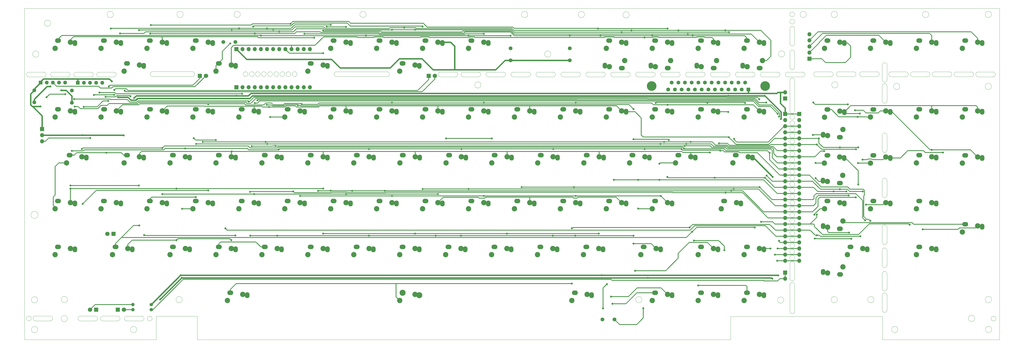
<source format=gbr>
G04 #@! TF.GenerationSoftware,KiCad,Pcbnew,7.0.6*
G04 #@! TF.CreationDate,2023-09-01T19:36:20-04:00*
G04 #@! TF.ProjectId,C128SX-mx,43313238-5358-42d6-9d78-2e6b69636164,1.0*
G04 #@! TF.SameCoordinates,Original*
G04 #@! TF.FileFunction,Copper,L1,Top*
G04 #@! TF.FilePolarity,Positive*
%FSLAX46Y46*%
G04 Gerber Fmt 4.6, Leading zero omitted, Abs format (unit mm)*
G04 Created by KiCad (PCBNEW 7.0.6) date 2023-09-01 19:36:20*
%MOMM*%
%LPD*%
G01*
G04 APERTURE LIST*
G04 #@! TA.AperFunction,ComponentPad*
%ADD10C,2.200000*%
G04 #@! TD*
G04 #@! TA.AperFunction,ComponentPad*
%ADD11O,1.900000X2.450000*%
G04 #@! TD*
G04 #@! TA.AperFunction,ComponentPad*
%ADD12O,2.450000X1.900000*%
G04 #@! TD*
G04 #@! TA.AperFunction,ComponentPad*
%ADD13R,1.800000X1.800000*%
G04 #@! TD*
G04 #@! TA.AperFunction,ComponentPad*
%ADD14C,1.800000*%
G04 #@! TD*
G04 #@! TA.AperFunction,ComponentPad*
%ADD15C,2.500000*%
G04 #@! TD*
G04 #@! TA.AperFunction,ComponentPad*
%ADD16C,1.400000*%
G04 #@! TD*
G04 #@! TA.AperFunction,ComponentPad*
%ADD17O,1.400000X1.400000*%
G04 #@! TD*
G04 #@! TA.AperFunction,ComponentPad*
%ADD18R,1.700000X1.700000*%
G04 #@! TD*
G04 #@! TA.AperFunction,ComponentPad*
%ADD19O,1.700000X1.700000*%
G04 #@! TD*
G04 #@! TA.AperFunction,ComponentPad*
%ADD20R,1.600000X1.600000*%
G04 #@! TD*
G04 #@! TA.AperFunction,ComponentPad*
%ADD21O,1.600000X1.600000*%
G04 #@! TD*
G04 #@! TA.AperFunction,ComponentPad*
%ADD22C,1.600000*%
G04 #@! TD*
G04 #@! TA.AperFunction,ComponentPad*
%ADD23C,4.000000*%
G04 #@! TD*
G04 #@! TA.AperFunction,ViaPad*
%ADD24C,0.800000*%
G04 #@! TD*
G04 #@! TA.AperFunction,Conductor*
%ADD25C,0.300000*%
G04 #@! TD*
G04 #@! TA.AperFunction,Conductor*
%ADD26C,0.600000*%
G04 #@! TD*
G04 #@! TA.AperFunction,Profile*
%ADD27C,0.050000*%
G04 #@! TD*
G04 APERTURE END LIST*
D10*
X37150000Y-93150000D03*
D11*
X39010000Y-93530000D03*
D10*
X30800000Y-95690000D03*
D12*
X32010000Y-92480000D03*
D10*
X37150000Y-112200000D03*
D11*
X39010000Y-112580000D03*
D10*
X30800000Y-114740000D03*
D12*
X32010000Y-111530000D03*
D10*
X41912500Y-74100000D03*
D11*
X43772500Y-74480000D03*
D10*
X35562500Y-76640000D03*
D12*
X36772500Y-73430000D03*
D13*
X47823000Y-137600000D03*
D14*
X45283000Y-137600000D03*
D10*
X60962500Y-112200000D03*
D11*
X62822500Y-112580000D03*
D10*
X54612500Y-114740000D03*
D12*
X55822500Y-111530000D03*
D10*
X284761900Y-55050000D03*
D11*
X286621900Y-55430000D03*
D10*
X278411900Y-57590000D03*
D12*
X279621900Y-54380000D03*
D10*
X313375000Y-93150000D03*
D11*
X315235000Y-93530000D03*
D10*
X307025000Y-95690000D03*
D12*
X308235000Y-92480000D03*
D10*
X189550000Y-55050000D03*
D11*
X191410000Y-55430000D03*
D10*
X183200000Y-57590000D03*
D12*
X184410000Y-54380000D03*
D10*
X170500000Y-55050000D03*
D11*
X172360000Y-55430000D03*
D10*
X164150000Y-57590000D03*
D12*
X165360000Y-54380000D03*
D10*
X208600000Y-55050000D03*
D11*
X210460000Y-55430000D03*
D10*
X202250000Y-57590000D03*
D12*
X203460000Y-54380000D03*
D10*
X132412700Y-55050000D03*
D11*
X134272700Y-55430000D03*
D10*
X126062700Y-57590000D03*
D12*
X127272700Y-54380000D03*
D10*
X94300000Y-55050000D03*
D11*
X96160000Y-55430000D03*
D10*
X87950000Y-57590000D03*
D12*
X89160000Y-54380000D03*
D10*
X65725000Y-74100000D03*
D11*
X67585000Y-74480000D03*
D10*
X59375000Y-76640000D03*
D12*
X60585000Y-73430000D03*
D10*
X113350000Y-55050000D03*
D11*
X115210000Y-55430000D03*
D10*
X107000000Y-57590000D03*
D12*
X108210000Y-54380000D03*
D10*
X227650000Y-55050000D03*
D11*
X229510000Y-55430000D03*
D10*
X221300000Y-57590000D03*
D12*
X222510000Y-54380000D03*
D10*
X56225400Y-55050000D03*
D11*
X58085400Y-55430000D03*
D10*
X49875400Y-57590000D03*
D12*
X51085400Y-54380000D03*
D10*
X303850000Y-112200000D03*
D11*
X305710000Y-112580000D03*
D10*
X297500000Y-114740000D03*
D12*
X298710000Y-111530000D03*
D10*
X75275400Y-55050000D03*
D11*
X77135400Y-55430000D03*
D10*
X68925400Y-57590000D03*
D12*
X70135400Y-54380000D03*
D10*
X199075000Y-112200000D03*
D11*
X200935000Y-112580000D03*
D10*
X192725000Y-114740000D03*
D12*
X193935000Y-111530000D03*
D10*
X84775000Y-74100000D03*
D11*
X86635000Y-74480000D03*
D10*
X78425000Y-76640000D03*
D12*
X79635000Y-73430000D03*
D10*
X132400000Y-93150000D03*
D11*
X134260000Y-93530000D03*
D10*
X126050000Y-95690000D03*
D12*
X127260000Y-92480000D03*
D10*
X141925000Y-74100000D03*
D11*
X143785000Y-74480000D03*
D10*
X135575000Y-76640000D03*
D12*
X136785000Y-73430000D03*
D10*
X151450000Y-93150000D03*
D11*
X153310000Y-93530000D03*
D10*
X145100000Y-95690000D03*
D12*
X146310000Y-92480000D03*
D10*
X284761900Y-93150000D03*
D11*
X286621900Y-93530000D03*
D10*
X278411900Y-95690000D03*
D12*
X279621900Y-92480000D03*
D10*
X303850000Y-55050000D03*
D11*
X305710000Y-55430000D03*
D10*
X297500000Y-57590000D03*
D12*
X298710000Y-54380000D03*
D10*
X218125000Y-112200000D03*
D11*
X219985000Y-112580000D03*
D10*
X211775000Y-114740000D03*
D12*
X212985000Y-111530000D03*
D10*
X170487300Y-93150000D03*
D11*
X172347300Y-93530000D03*
D10*
X164137300Y-95690000D03*
D12*
X165347300Y-92480000D03*
D10*
X246700000Y-93150000D03*
D11*
X248560000Y-93530000D03*
D10*
X240350000Y-95690000D03*
D12*
X241560000Y-92480000D03*
D10*
X256402800Y-74100000D03*
D11*
X258262800Y-74480000D03*
D10*
X250052800Y-76640000D03*
D12*
X251262800Y-73430000D03*
D10*
X84775000Y-112200000D03*
D11*
X86635000Y-112580000D03*
D10*
X78425000Y-114740000D03*
D12*
X79635000Y-111530000D03*
D10*
X65725000Y-36000000D03*
D11*
X67585000Y-36380000D03*
D10*
X59375000Y-38540000D03*
D12*
X60585000Y-35330000D03*
D10*
X180025000Y-36000000D03*
D11*
X181885000Y-36380000D03*
D10*
X173675000Y-38540000D03*
D12*
X174885000Y-35330000D03*
D10*
X141925000Y-36000000D03*
D11*
X143785000Y-36380000D03*
D10*
X135575000Y-38540000D03*
D12*
X136785000Y-35330000D03*
D10*
X103825000Y-36000000D03*
D11*
X105685000Y-36380000D03*
D10*
X97475000Y-38540000D03*
D12*
X98685000Y-35330000D03*
D10*
X265750000Y-93150000D03*
D11*
X267610000Y-93530000D03*
D10*
X259400000Y-95690000D03*
D12*
X260610000Y-92480000D03*
D10*
X322900000Y-55050000D03*
D11*
X324760000Y-55430000D03*
D10*
X316550000Y-57590000D03*
D12*
X317760000Y-54380000D03*
D10*
X151450000Y-55050000D03*
D11*
X153310000Y-55430000D03*
D10*
X145100000Y-57590000D03*
D12*
X146310000Y-54380000D03*
D10*
X199303600Y-74100000D03*
D11*
X201163600Y-74480000D03*
D10*
X192953600Y-76640000D03*
D12*
X194163600Y-73430000D03*
D10*
X113350000Y-93150000D03*
D11*
X115210000Y-93530000D03*
D10*
X107000000Y-95690000D03*
D12*
X108210000Y-92480000D03*
D10*
X237340100Y-74100000D03*
D11*
X239200100Y-74480000D03*
D10*
X230990100Y-76640000D03*
D12*
X232200100Y-73430000D03*
D10*
X227650000Y-93150000D03*
D11*
X229510000Y-93530000D03*
D10*
X221300000Y-95690000D03*
D12*
X222510000Y-92480000D03*
D10*
X161038500Y-74100000D03*
D11*
X162898500Y-74480000D03*
D10*
X154688500Y-76640000D03*
D12*
X155898500Y-73430000D03*
D10*
X218264700Y-74100000D03*
D11*
X220124700Y-74480000D03*
D10*
X211914700Y-76640000D03*
D12*
X213124700Y-73430000D03*
D10*
X265737300Y-55050000D03*
D11*
X267597300Y-55430000D03*
D10*
X259387300Y-57590000D03*
D12*
X260597300Y-54380000D03*
D10*
X180113900Y-74100000D03*
D11*
X181973900Y-74480000D03*
D10*
X173763900Y-76640000D03*
D12*
X174973900Y-73430000D03*
D10*
X75250000Y-93150000D03*
D11*
X77110000Y-93530000D03*
D10*
X68900000Y-95690000D03*
D12*
X70110000Y-92480000D03*
D10*
X122875000Y-74100000D03*
D11*
X124735000Y-74480000D03*
D10*
X116525000Y-76640000D03*
D12*
X117735000Y-73430000D03*
D10*
X103825000Y-74100000D03*
D11*
X105685000Y-74480000D03*
D10*
X97475000Y-76640000D03*
D12*
X98685000Y-73430000D03*
D10*
X208587300Y-93150000D03*
D11*
X210447300Y-93530000D03*
D10*
X202237300Y-95690000D03*
D12*
X203447300Y-92480000D03*
D10*
X189537300Y-93150000D03*
D11*
X191397300Y-93530000D03*
D10*
X183187300Y-95690000D03*
D12*
X184397300Y-92480000D03*
D10*
X246700000Y-55050000D03*
D11*
X248560000Y-55430000D03*
D10*
X240350000Y-57590000D03*
D12*
X241560000Y-54380000D03*
D10*
X122875000Y-112200000D03*
D11*
X124735000Y-112580000D03*
D10*
X116525000Y-114740000D03*
D12*
X117735000Y-111530000D03*
D10*
X103825000Y-112200000D03*
D11*
X105685000Y-112580000D03*
D10*
X97475000Y-114740000D03*
D12*
X98685000Y-111530000D03*
D10*
X237175000Y-112200000D03*
D11*
X239035000Y-112580000D03*
D10*
X230825000Y-114740000D03*
D12*
X232035000Y-111530000D03*
D10*
X180025000Y-112200000D03*
D11*
X181885000Y-112580000D03*
D10*
X173675000Y-114740000D03*
D12*
X174885000Y-111530000D03*
D10*
X94300000Y-93150000D03*
D11*
X96160000Y-93530000D03*
D10*
X87950000Y-95690000D03*
D12*
X89160000Y-92480000D03*
D10*
X256225000Y-112200000D03*
D11*
X258085000Y-112580000D03*
D10*
X249875000Y-114740000D03*
D12*
X251085000Y-111530000D03*
D10*
X141925000Y-112200000D03*
D11*
X143785000Y-112580000D03*
D10*
X135575000Y-114740000D03*
D12*
X136785000Y-111530000D03*
D10*
X160975000Y-112200000D03*
D11*
X162835000Y-112580000D03*
D10*
X154625000Y-114740000D03*
D12*
X155835000Y-111530000D03*
D10*
X275363900Y-74100000D03*
D11*
X277223900Y-74480000D03*
D10*
X269013900Y-76640000D03*
D12*
X270223900Y-73430000D03*
D10*
X303862700Y-131250000D03*
D11*
X305722700Y-131630000D03*
D10*
X297512700Y-133790000D03*
D12*
X298722700Y-130580000D03*
D10*
X322861900Y-131250000D03*
D11*
X324721900Y-131630000D03*
D10*
X316511900Y-133790000D03*
D12*
X317721900Y-130580000D03*
D10*
X280037500Y-112200000D03*
D11*
X281897500Y-112580000D03*
D10*
X273687500Y-114740000D03*
D12*
X274897500Y-111530000D03*
D10*
X284800000Y-131250000D03*
D11*
X286660000Y-131630000D03*
D10*
X278450000Y-133790000D03*
D12*
X279660000Y-130580000D03*
D13*
X56775000Y-137625000D03*
D14*
X59315000Y-137625000D03*
D10*
X180025000Y-131250000D03*
D15*
X181885000Y-131630000D03*
D10*
X173675000Y-133790000D03*
D15*
X174885000Y-130580000D03*
D10*
X356237500Y-55143300D03*
D11*
X358097500Y-55523300D03*
D10*
X349887500Y-57683300D03*
D12*
X351097500Y-54473300D03*
D10*
X189550000Y-26475000D03*
D11*
X191410000Y-26855000D03*
D10*
X183200000Y-29015000D03*
D12*
X184410000Y-25805000D03*
D10*
X56200000Y-93150000D03*
D11*
X58060000Y-93530000D03*
D10*
X49850000Y-95690000D03*
D12*
X51060000Y-92480000D03*
D10*
X351157500Y-103280000D03*
D11*
X349297500Y-102900000D03*
D10*
X357507500Y-100740000D03*
D12*
X356297500Y-103950000D03*
D10*
X260670000Y-36635000D03*
D11*
X258810000Y-36255000D03*
D10*
X267020000Y-34095000D03*
D12*
X265810000Y-37305000D03*
D10*
X37150000Y-55050000D03*
D11*
X39010000Y-55430000D03*
D10*
X30800000Y-57590000D03*
D12*
X32010000Y-54380000D03*
D10*
X375287500Y-55090000D03*
D11*
X377147500Y-55470000D03*
D10*
X368937500Y-57630000D03*
D12*
X370147500Y-54420000D03*
D10*
X94300000Y-26475000D03*
D11*
X96160000Y-26855000D03*
D10*
X87950000Y-29015000D03*
D12*
X89160000Y-25805000D03*
D13*
X54975000Y-106100000D03*
D14*
X52435000Y-106100000D03*
D10*
X298770000Y-36635000D03*
D11*
X296910000Y-36255000D03*
D10*
X305120000Y-34095000D03*
D12*
X303910000Y-37305000D03*
D13*
X185775000Y-40500000D03*
D14*
X188315000Y-40500000D03*
D10*
X356237500Y-93120000D03*
D11*
X358097500Y-93500000D03*
D10*
X349887500Y-95660000D03*
D12*
X351097500Y-92450000D03*
D10*
X351130500Y-84353300D03*
D11*
X349270500Y-83973300D03*
D10*
X357480500Y-81813300D03*
D12*
X356270500Y-85023300D03*
D10*
X279720000Y-36635000D03*
D11*
X277860000Y-36255000D03*
D10*
X286070000Y-34095000D03*
D12*
X284860000Y-37305000D03*
D10*
X375287500Y-93120000D03*
D11*
X377147500Y-93500000D03*
D10*
X368937500Y-95660000D03*
D12*
X370147500Y-92450000D03*
D10*
X151450000Y-26475000D03*
D11*
X153310000Y-26855000D03*
D10*
X145100000Y-29015000D03*
D12*
X146310000Y-25805000D03*
D10*
X394337500Y-55050000D03*
D11*
X396197500Y-55430000D03*
D10*
X387987500Y-57590000D03*
D12*
X389197500Y-54380000D03*
D10*
X413387500Y-26475000D03*
D11*
X415247500Y-26855000D03*
D10*
X407037500Y-29015000D03*
D12*
X408247500Y-25805000D03*
D10*
X108587500Y-131250000D03*
D11*
X110447500Y-131630000D03*
D10*
X102237500Y-133790000D03*
D12*
X103447500Y-130580000D03*
D10*
X322900000Y-26475000D03*
D11*
X324760000Y-26855000D03*
D10*
X316550000Y-29015000D03*
D12*
X317760000Y-25805000D03*
D10*
X322900000Y-112200000D03*
D11*
X324760000Y-112580000D03*
D10*
X316550000Y-114740000D03*
D12*
X317760000Y-111530000D03*
D10*
X394337500Y-112190000D03*
D11*
X396197500Y-112570000D03*
D10*
X387987500Y-114730000D03*
D12*
X389197500Y-111520000D03*
D10*
X294413900Y-74100000D03*
D11*
X296273900Y-74480000D03*
D10*
X288063900Y-76640000D03*
D12*
X289273900Y-73430000D03*
D10*
X170500000Y-26475000D03*
D11*
X172360000Y-26855000D03*
D10*
X164150000Y-29015000D03*
D12*
X165360000Y-25805000D03*
D10*
X303850000Y-26475000D03*
D11*
X305710000Y-26855000D03*
D10*
X297500000Y-29015000D03*
D12*
X298710000Y-25805000D03*
D10*
X318201000Y-74100000D03*
D11*
X320061000Y-74480000D03*
D10*
X311851000Y-76640000D03*
D12*
X313061000Y-73430000D03*
D10*
X284800000Y-26475000D03*
D11*
X286660000Y-26855000D03*
D10*
X278450000Y-29015000D03*
D12*
X279660000Y-25805000D03*
D10*
X394337500Y-74100000D03*
D11*
X396197500Y-74480000D03*
D10*
X387987500Y-76640000D03*
D12*
X389197500Y-73430000D03*
D10*
X265750000Y-26475000D03*
D11*
X267610000Y-26855000D03*
D10*
X259400000Y-29015000D03*
D12*
X260610000Y-25805000D03*
D10*
X356237500Y-26475000D03*
D11*
X358097500Y-26855000D03*
D10*
X349887500Y-29015000D03*
D12*
X351097500Y-25805000D03*
D10*
X56200000Y-26475000D03*
D11*
X58060000Y-26855000D03*
D10*
X49850000Y-29015000D03*
D12*
X51060000Y-25805000D03*
D10*
X356210500Y-74193300D03*
D11*
X358070500Y-74573300D03*
D10*
X349860500Y-76733300D03*
D12*
X351070500Y-73523300D03*
D10*
X375287500Y-26475000D03*
D11*
X377147500Y-26855000D03*
D10*
X368937500Y-29015000D03*
D12*
X370147500Y-25805000D03*
D10*
X317820000Y-36635000D03*
D11*
X315960000Y-36255000D03*
D10*
X324170000Y-34095000D03*
D12*
X322960000Y-37305000D03*
D10*
X351159900Y-122324200D03*
D11*
X349299900Y-121944200D03*
D10*
X357509900Y-119784200D03*
D12*
X356299900Y-122994200D03*
D10*
X375287500Y-74193300D03*
D11*
X377147500Y-74573300D03*
D10*
X368937500Y-76733300D03*
D12*
X370147500Y-73523300D03*
D10*
X37150000Y-26475000D03*
D11*
X39010000Y-26855000D03*
D10*
X30800000Y-29015000D03*
D12*
X32010000Y-25805000D03*
D10*
X394337500Y-93130000D03*
D11*
X396197500Y-93510000D03*
D10*
X387987500Y-95670000D03*
D12*
X389197500Y-92460000D03*
D10*
X75250000Y-26475000D03*
D11*
X77110000Y-26855000D03*
D10*
X68900000Y-29015000D03*
D12*
X70110000Y-25805000D03*
D10*
X365762500Y-112164900D03*
D11*
X367622500Y-112544900D03*
D10*
X359412500Y-114704900D03*
D12*
X360622500Y-111494900D03*
D10*
X208600000Y-26475000D03*
D11*
X210460000Y-26855000D03*
D10*
X202250000Y-29015000D03*
D12*
X203460000Y-25805000D03*
D10*
X351157500Y-65303300D03*
D11*
X349297500Y-64923300D03*
D10*
X357507500Y-62763300D03*
D12*
X356297500Y-65973300D03*
D10*
X251462500Y-131250000D03*
D11*
X253322500Y-131630000D03*
D10*
X245112500Y-133790000D03*
D12*
X246322500Y-130580000D03*
D10*
X413387500Y-102768300D03*
D11*
X415247500Y-103148300D03*
D10*
X407037500Y-105308300D03*
D12*
X408247500Y-102098300D03*
D10*
X413387500Y-55050000D03*
D11*
X415247500Y-55430000D03*
D10*
X407037500Y-57590000D03*
D12*
X408247500Y-54380000D03*
D13*
X90810000Y-40450000D03*
D14*
X93350000Y-40450000D03*
D10*
X413387500Y-74193300D03*
D11*
X415247500Y-74573300D03*
D10*
X407037500Y-76733300D03*
D12*
X408247500Y-73523300D03*
D10*
X394337500Y-26475000D03*
D11*
X396197500Y-26855000D03*
D10*
X387987500Y-29015000D03*
D12*
X389197500Y-25805000D03*
D16*
X70650000Y-135450000D03*
D17*
X63030000Y-135450000D03*
D18*
X333550000Y-49925000D03*
D19*
X333550000Y-47385000D03*
D18*
X105974900Y-29419200D03*
D19*
X108514900Y-29419200D03*
X111054900Y-29419200D03*
X113594900Y-29419200D03*
X116134900Y-29419200D03*
X118674900Y-29419200D03*
X121214900Y-29419200D03*
X123754900Y-29419200D03*
X126294900Y-29419200D03*
X128834900Y-29419200D03*
X131374900Y-29419200D03*
X133914900Y-29419200D03*
X136454900Y-29419200D03*
D18*
X105959901Y-45194200D03*
D19*
X108499901Y-45194200D03*
X111039901Y-45194200D03*
X113579901Y-45194200D03*
X116119901Y-45194200D03*
X118659901Y-45194200D03*
X121199901Y-45194200D03*
X123739901Y-45194200D03*
X126279901Y-45194200D03*
X128819901Y-45194200D03*
X131359901Y-45194200D03*
X133899901Y-45194200D03*
X136439901Y-45194200D03*
D20*
X24810000Y-43300000D03*
D21*
X27350000Y-43300000D03*
X29890000Y-43300000D03*
X32430000Y-43300000D03*
X34970000Y-43300000D03*
D18*
X333575000Y-122200000D03*
D19*
X333575000Y-124740000D03*
D18*
X339375000Y-56325000D03*
D19*
X339375000Y-58865000D03*
X339375000Y-61405000D03*
X339375000Y-63945000D03*
X339375000Y-66485000D03*
X339375000Y-69025000D03*
X339375000Y-71565000D03*
X339375000Y-74105000D03*
X339375000Y-76645000D03*
X339375000Y-79185000D03*
X339375000Y-81725000D03*
X339375000Y-84265000D03*
X339375000Y-86805000D03*
X339375000Y-89345000D03*
X339375000Y-91885000D03*
X339375000Y-94425000D03*
X339375000Y-96965000D03*
X339375000Y-99505000D03*
X339375000Y-102045000D03*
X339375000Y-104585000D03*
X339375000Y-107125000D03*
X339375000Y-109665000D03*
X339375000Y-112205000D03*
X339375000Y-114745000D03*
X339375000Y-117285000D03*
D22*
X22145000Y-46475000D03*
X22145000Y-51475000D03*
D18*
X343649900Y-33394200D03*
D19*
X343649900Y-30854200D03*
X343649900Y-28314200D03*
X343649900Y-25774200D03*
X343649900Y-23234200D03*
D22*
X219699900Y-29094200D03*
X219699900Y-34094200D03*
D20*
X40185000Y-43325000D03*
D21*
X42725000Y-43325000D03*
X45265000Y-43325000D03*
X47805000Y-43325000D03*
X50345000Y-43325000D03*
D18*
X333550000Y-56300000D03*
D19*
X333550000Y-58840000D03*
X333550000Y-61380000D03*
X333550000Y-63920000D03*
X333550000Y-66460000D03*
X333550000Y-69000000D03*
X333550000Y-71540000D03*
X333550000Y-74080000D03*
X333550000Y-76620000D03*
X333550000Y-79160000D03*
X333550000Y-81700000D03*
X333550000Y-84240000D03*
X333550000Y-86780000D03*
X333550000Y-89320000D03*
X333550000Y-91860000D03*
X333550000Y-94400000D03*
X333550000Y-96940000D03*
X333550000Y-99480000D03*
X333550000Y-102020000D03*
X333550000Y-104560000D03*
X333550000Y-107100000D03*
X333550000Y-109640000D03*
X333550000Y-112180000D03*
X333550000Y-114720000D03*
X333550000Y-117260000D03*
D16*
X70675000Y-137600000D03*
D17*
X63055000Y-137600000D03*
D22*
X105549900Y-26469200D03*
X100549900Y-26469200D03*
X37745000Y-46625000D03*
X37745000Y-51625000D03*
X244249900Y-29094200D03*
X244249900Y-34094200D03*
X257774469Y-141650698D03*
X262774469Y-141650698D03*
D23*
X278158000Y-44740000D03*
X325258000Y-44740000D03*
D20*
X318328000Y-46160000D03*
D22*
X315558000Y-46160000D03*
X312788000Y-46160000D03*
X310018000Y-46160000D03*
X307248000Y-46160000D03*
X304478000Y-46160000D03*
X301708000Y-46160000D03*
X298938000Y-46160000D03*
X296168000Y-46160000D03*
X293398000Y-46160000D03*
X290628000Y-46160000D03*
X287858000Y-46160000D03*
X285088000Y-46160000D03*
X316943000Y-43320000D03*
X314173000Y-43320000D03*
X311403000Y-43320000D03*
X308633000Y-43320000D03*
X305863000Y-43320000D03*
X303093000Y-43320000D03*
X300323000Y-43320000D03*
X297553000Y-43320000D03*
X294783000Y-43320000D03*
X292013000Y-43320000D03*
X289243000Y-43320000D03*
X286473000Y-43320000D03*
D18*
X25375000Y-62575000D03*
D19*
X25375000Y-65115000D03*
X25375000Y-67655000D03*
D24*
X83449900Y-95690000D03*
X37174900Y-86069200D03*
X320925000Y-103443700D03*
X346199900Y-76669200D03*
X346725200Y-98094200D03*
X88274900Y-66369200D03*
X385174900Y-102300000D03*
X65649900Y-102644200D03*
X323600000Y-101075000D03*
X97449900Y-67131700D03*
X65524900Y-86069200D03*
X89160000Y-90844200D03*
X294947792Y-105293700D03*
X37724900Y-71644200D03*
X368900000Y-100700500D03*
X237349900Y-70843700D03*
X84749900Y-70644200D03*
X123487450Y-71031750D03*
X275299900Y-70843700D03*
X306674900Y-71518700D03*
X160949900Y-70843700D03*
X199299900Y-70843700D03*
X290574900Y-70843700D03*
X390625000Y-104275000D03*
X129524900Y-88519200D03*
X363750000Y-76750000D03*
X111637400Y-88631700D03*
X345799900Y-108069200D03*
X361000000Y-108094200D03*
X308874900Y-88994200D03*
X119924400Y-57619200D03*
X139849900Y-88269200D03*
X362899500Y-90969200D03*
X167555600Y-88249900D03*
X363650000Y-57475000D03*
X153999900Y-88244200D03*
X311199900Y-88244200D03*
X145100000Y-88194200D03*
X192974900Y-66494200D03*
X202224900Y-87494200D03*
X359925000Y-90203600D03*
X211914700Y-66469200D03*
X183187300Y-87494200D03*
X312224900Y-87494200D03*
X366750000Y-100550000D03*
X322999900Y-86744200D03*
X224274900Y-86744200D03*
X245899900Y-86744200D03*
X151449900Y-89606000D03*
X327499900Y-112194200D03*
X327107000Y-72487100D03*
X291599900Y-70669200D03*
X41912500Y-70894700D03*
X113349900Y-89606000D03*
X75250000Y-70469200D03*
X189574900Y-89606500D03*
X75250000Y-89619200D03*
X103825000Y-108719700D03*
X81124900Y-87319200D03*
X141925000Y-106044200D03*
X256249900Y-106044200D03*
X141949900Y-87319200D03*
X81124900Y-108719700D03*
X208600000Y-23069200D03*
X122174900Y-69594200D03*
X180025000Y-106044200D03*
X259625000Y-127000000D03*
X291899900Y-69594200D03*
X134199900Y-23044200D03*
X308299900Y-112894200D03*
X37150000Y-87319300D03*
X112349900Y-69669200D03*
X295724900Y-108894700D03*
X258074500Y-137125000D03*
X218174900Y-106044200D03*
X284800000Y-20819700D03*
X246499900Y-106869200D03*
X349773200Y-71763200D03*
X128459900Y-18869200D03*
X70524900Y-19419200D03*
X111774900Y-106869200D03*
X122874900Y-106869200D03*
X292624900Y-68794200D03*
X359600000Y-52300000D03*
X89324900Y-68794200D03*
X345100000Y-65075000D03*
X188574900Y-106869200D03*
X118724900Y-68794200D03*
X199099900Y-106869200D03*
X270624900Y-110144200D03*
X255949900Y-20819700D03*
X270625000Y-106869700D03*
X281866300Y-68794200D03*
X160949900Y-106869200D03*
X345275000Y-51550000D03*
X237174900Y-106869200D03*
X246699900Y-90356000D03*
X294374900Y-67919700D03*
X42199900Y-93644200D03*
X346174900Y-82994200D03*
X170500000Y-90356000D03*
X275199900Y-24594200D03*
X132399900Y-90356000D03*
X118049900Y-67944200D03*
X281967900Y-90356000D03*
X208599900Y-90356000D03*
X283324900Y-67944200D03*
X91999900Y-67919200D03*
X94300000Y-88068700D03*
X293149900Y-23094200D03*
X360074500Y-105619700D03*
X141925000Y-21717550D03*
X104037400Y-71856700D03*
X302349900Y-72319200D03*
X346695000Y-69020000D03*
X141925000Y-31069200D03*
X362974900Y-70975000D03*
X306112400Y-68519700D03*
X363900500Y-70225000D03*
X310274900Y-22344700D03*
X394349900Y-71263200D03*
X57724900Y-22844200D03*
X310224900Y-65944200D03*
X180025000Y-21319200D03*
X170500000Y-21319200D03*
X367075000Y-93975000D03*
X309949900Y-55444200D03*
X356237500Y-70225500D03*
X123754900Y-22219200D03*
X362562300Y-54825000D03*
X363850000Y-85575000D03*
X119549900Y-53469200D03*
X347500000Y-66500000D03*
X265750000Y-22344200D03*
X365675000Y-75275000D03*
X399025000Y-72300000D03*
X284761900Y-52494200D03*
X208599900Y-51694700D03*
X133049900Y-52219700D03*
X143399900Y-20094200D03*
X356224900Y-87572100D03*
X170500000Y-51694700D03*
X94299900Y-52274500D03*
X325840050Y-81919200D03*
X151424900Y-20144200D03*
X365700000Y-88475000D03*
X246699900Y-51694700D03*
X364525000Y-56175000D03*
X138274900Y-24619200D03*
X245124900Y-103794200D03*
X345649900Y-98169200D03*
X245112500Y-126769200D03*
X105548900Y-106744200D03*
X52049900Y-72393700D03*
X346649900Y-106719200D03*
X293905900Y-103444200D03*
X364725000Y-107119200D03*
X67737400Y-106581700D03*
X279874900Y-51743700D03*
X281449900Y-83694200D03*
X281449900Y-76969200D03*
X272599900Y-95594200D03*
X316943000Y-51743700D03*
X272574900Y-83694200D03*
X301274900Y-51743700D03*
X262524900Y-83694200D03*
X121214900Y-21468050D03*
X325169100Y-82794200D03*
X358975000Y-88476400D03*
X270674900Y-54300500D03*
X104049900Y-21468050D03*
X297512700Y-127519200D03*
X103424900Y-27019200D03*
X175599900Y-20544200D03*
X131424900Y-52668700D03*
X289274900Y-21569200D03*
X261975000Y-135150000D03*
X65574900Y-21544200D03*
X353600000Y-88476400D03*
X284749900Y-82444200D03*
X270674900Y-66794200D03*
X285308950Y-67170200D03*
X304349900Y-82794200D03*
X118624900Y-52493200D03*
X269799900Y-21569200D03*
X308799900Y-21569200D03*
X74275000Y-133400000D03*
X276575000Y-124369200D03*
X42149900Y-65144200D03*
X33325000Y-46500000D03*
X83300000Y-124375000D03*
X28850000Y-44900000D03*
X328249400Y-124694200D03*
X105949900Y-48819200D03*
X274750000Y-136975000D03*
X328399900Y-82455800D03*
X63550000Y-49669200D03*
X59240350Y-65234650D03*
X54299900Y-42794200D03*
X56874900Y-49418700D03*
X325000000Y-48744200D03*
X82850000Y-123250000D03*
X330674900Y-123344400D03*
X331800000Y-58425000D03*
X64775000Y-50219200D03*
X24700000Y-53225000D03*
X310024900Y-48744200D03*
X257424900Y-123319200D03*
X271325000Y-121394200D03*
X261325500Y-132150000D03*
X42690000Y-53319200D03*
X52774900Y-50869200D03*
X53025000Y-44850500D03*
X55225000Y-48350000D03*
X55325000Y-46349500D03*
X46900000Y-48450000D03*
X59700000Y-46700000D03*
X312399400Y-66644200D03*
X107114946Y-20718550D03*
X101399900Y-103819200D03*
X145074900Y-19319200D03*
X53875000Y-20869200D03*
X118699900Y-20718550D03*
X159649900Y-23794200D03*
X114674900Y-50669200D03*
X219724900Y-23844700D03*
X116149900Y-23794200D03*
X330984700Y-57415300D03*
X330984700Y-109005770D03*
X202224900Y-23819200D03*
X330449400Y-112200000D03*
X278450000Y-23844700D03*
X256899900Y-23844200D03*
X295174900Y-23844700D03*
X113599900Y-22967550D03*
X330449400Y-56225000D03*
X244249900Y-23844200D03*
X70249900Y-22967550D03*
X113599900Y-51819700D03*
X111049900Y-51118700D03*
X322800000Y-50225000D03*
X38700000Y-50150000D03*
X329299400Y-114724900D03*
X325700000Y-51550000D03*
X38925000Y-53275000D03*
X330250000Y-117275000D03*
X45324900Y-66319200D03*
X62074900Y-48919200D03*
X51725000Y-49244200D03*
X49150500Y-47450000D03*
X108374900Y-47919700D03*
X183199900Y-19969200D03*
X112934374Y-19969050D03*
X34999900Y-48075500D03*
X27249900Y-49394200D03*
D25*
X55822500Y-111530000D02*
X55822500Y-110146600D01*
X364055800Y-106369200D02*
X368475000Y-101950000D01*
X345370700Y-102040000D02*
X345712400Y-102381700D01*
X333550000Y-102020000D02*
X329385000Y-102020000D01*
X346199900Y-76669200D02*
X346264000Y-76733300D01*
X58349900Y-107619200D02*
X63324900Y-102644200D01*
X323625000Y-101100000D02*
X323600000Y-101075000D01*
X368475000Y-101950000D02*
X384824900Y-101950000D01*
X83449900Y-95690000D02*
X87950000Y-95690000D01*
X89037400Y-67131700D02*
X88274900Y-66369200D01*
X328425000Y-101100000D02*
X323625000Y-101100000D01*
X296932006Y-103419200D02*
X320900500Y-103419200D01*
X57749900Y-108219200D02*
X57999400Y-107969700D01*
X58349900Y-107619200D02*
X292622292Y-107619200D01*
X346725200Y-99246000D02*
X346725200Y-98094200D01*
X78124900Y-90869200D02*
X78149900Y-90844200D01*
X63324900Y-102644200D02*
X65649900Y-102644200D01*
X339350000Y-102020000D02*
X339375000Y-102045000D01*
X329385000Y-102020000D02*
X329365000Y-102040000D01*
X56099900Y-109869200D02*
X57324900Y-108644200D01*
X70110000Y-92480000D02*
X70110000Y-91584100D01*
X320900500Y-103419200D02*
X320925000Y-103443700D01*
X78149900Y-90844200D02*
X89160000Y-90844200D01*
X55822500Y-110146600D02*
X56099900Y-109869200D01*
X339375000Y-102045000D02*
X343926200Y-102045000D01*
X37174900Y-86069200D02*
X65524900Y-86069200D01*
X343926200Y-102045000D02*
X343931200Y-102040000D01*
X345712400Y-102381700D02*
X345712400Y-103056700D01*
X345712400Y-103056700D02*
X349024900Y-106369200D01*
X292622292Y-107619200D02*
X294947792Y-105293700D01*
X70824900Y-90869200D02*
X78124900Y-90869200D01*
X57324900Y-108644200D02*
X57749900Y-108219200D01*
X343931200Y-102040000D02*
X346725200Y-99246000D01*
X70110000Y-91584100D02*
X70824900Y-90869200D01*
X349024900Y-106369200D02*
X364055800Y-106369200D01*
X296932006Y-103419200D02*
X295057506Y-105293700D01*
X58349900Y-107619200D02*
X57324900Y-108644200D01*
X295057506Y-105293700D02*
X294947792Y-105293700D01*
X329365000Y-102040000D02*
X328425000Y-101100000D01*
X97449900Y-67131700D02*
X89037400Y-67131700D01*
X333550000Y-102020000D02*
X339350000Y-102020000D01*
X346264000Y-76733300D02*
X349860500Y-76733300D01*
X343931200Y-102040000D02*
X345370700Y-102040000D01*
X384824900Y-101950000D02*
X385174900Y-102300000D01*
X366200000Y-98900000D02*
X367375000Y-100075000D01*
X314599900Y-72369200D02*
X314299900Y-72069200D01*
X343680700Y-81725000D02*
X348577800Y-86622100D01*
X123325000Y-71194200D02*
X111074900Y-71194200D01*
X291299900Y-71419200D02*
X291150400Y-71419200D01*
X314299900Y-72069200D02*
X308424900Y-72069200D01*
X75949900Y-71219200D02*
X76474900Y-70694200D01*
X76474900Y-70644200D02*
X84749900Y-70644200D01*
X333550000Y-81700000D02*
X339350000Y-81700000D01*
X366200000Y-90350000D02*
X366200000Y-98900000D01*
X368274500Y-100075000D02*
X368900000Y-100700500D01*
X405200000Y-104275000D02*
X405850000Y-103625000D01*
X308424900Y-72069200D02*
X307874400Y-71518700D01*
X359522100Y-86622100D02*
X360425000Y-87525000D01*
X339375000Y-81725000D02*
X343680700Y-81725000D01*
X110524900Y-70644200D02*
X111074900Y-71194200D01*
X306575400Y-71419200D02*
X306674900Y-71518700D01*
X331420700Y-81700000D02*
X331400700Y-81720000D01*
X322049900Y-72369200D02*
X314599900Y-72369200D01*
X123725000Y-70794200D02*
X123487450Y-71031750D01*
X76474900Y-70694200D02*
X76474900Y-70644200D01*
X366450000Y-90100000D02*
X366200000Y-90350000D01*
X42499900Y-71644200D02*
X37724900Y-71644200D01*
X291150400Y-71419200D02*
X290574900Y-70843700D01*
X348577800Y-86622100D02*
X359522100Y-86622100D01*
X75949900Y-71219200D02*
X42924900Y-71219200D01*
X290574900Y-70843700D02*
X290525400Y-70794200D01*
X291299900Y-71419200D02*
X306575400Y-71419200D01*
X390625000Y-104275000D02*
X405200000Y-104275000D01*
X84749900Y-70644200D02*
X110524900Y-70644200D01*
X339350000Y-81700000D02*
X339375000Y-81725000D01*
X290525400Y-70794200D02*
X160949900Y-70794200D01*
X123487450Y-71031750D02*
X123325000Y-71194200D01*
X405850000Y-103625000D02*
X412530800Y-103625000D01*
X307874400Y-71518700D02*
X306674900Y-71518700D01*
X331400700Y-81720000D02*
X322049900Y-72369200D01*
X365875000Y-87525000D02*
X366450000Y-88100000D01*
X366450000Y-88100000D02*
X366450000Y-90100000D01*
X333550000Y-81700000D02*
X331420700Y-81700000D01*
X160949900Y-70794200D02*
X123725000Y-70794200D01*
X42924900Y-71219200D02*
X42499900Y-71644200D01*
X367375000Y-100075000D02*
X368274500Y-100075000D01*
X412530800Y-103625000D02*
X413387500Y-102768300D01*
X360425000Y-87525000D02*
X365875000Y-87525000D01*
X129449900Y-88594200D02*
X129524900Y-88519200D01*
X145335661Y-89019200D02*
X130024900Y-89019200D01*
X99474900Y-109469200D02*
X98685000Y-110259100D01*
X151955600Y-88999900D02*
X151811700Y-88856000D01*
X124949900Y-88594200D02*
X129449900Y-88594200D01*
X363766700Y-76733300D02*
X363750000Y-76750000D01*
X286899000Y-88856500D02*
X168009661Y-88856500D01*
X117735000Y-111530000D02*
X116110700Y-111530000D01*
X346549900Y-108069200D02*
X346574900Y-108094200D01*
X167866261Y-88999900D02*
X151955600Y-88999900D01*
X111637400Y-88631700D02*
X111674900Y-88594200D01*
X315975000Y-88994200D02*
X308874900Y-88994200D01*
X145498861Y-88856000D02*
X145335661Y-89019200D01*
X368937500Y-76733300D02*
X363766700Y-76733300D01*
X116110700Y-111530000D02*
X114049900Y-109469200D01*
X339350000Y-99480000D02*
X339375000Y-99505000D01*
X111674900Y-88594200D02*
X124949900Y-88594200D01*
X326460800Y-99480000D02*
X326365400Y-99384600D01*
X119953600Y-57590000D02*
X126062700Y-57590000D01*
X287036700Y-88994200D02*
X286899000Y-88856500D01*
X333550000Y-99480000D02*
X326460800Y-99480000D01*
X151811700Y-88856000D02*
X145498861Y-88856000D01*
X346574900Y-108094200D02*
X361000000Y-108094200D01*
X333550000Y-99480000D02*
X339350000Y-99480000D01*
X345799900Y-108069200D02*
X346549900Y-108069200D01*
X119924400Y-57619200D02*
X119953600Y-57590000D01*
X326365400Y-99384600D02*
X315975000Y-88994200D01*
X130024900Y-89019200D02*
X129524900Y-88519200D01*
X98685000Y-110259100D02*
X98685000Y-111530000D01*
X114049900Y-109469200D02*
X99474900Y-109469200D01*
X168009661Y-88856500D02*
X167866261Y-88999900D01*
X326480800Y-99500000D02*
X326365400Y-99384600D01*
X308874900Y-88994200D02*
X287036700Y-88994200D01*
X324647906Y-96960000D02*
X324443953Y-96756047D01*
X324627906Y-96940000D02*
X324443953Y-96756047D01*
X315932106Y-88244200D02*
X311199900Y-88244200D01*
X363650000Y-57475000D02*
X367000000Y-57475000D01*
X367155000Y-57630000D02*
X368937500Y-57630000D01*
X361850000Y-90969200D02*
X362899500Y-90969200D01*
X347174900Y-91694200D02*
X347899900Y-90969200D01*
X367000000Y-57475000D02*
X367155000Y-57630000D01*
X355750000Y-57475000D02*
X352748300Y-54473300D01*
X333550000Y-96940000D02*
X324627906Y-96940000D01*
X139874900Y-88244200D02*
X139849900Y-88269200D01*
X333550000Y-96940000D02*
X339350000Y-96940000D01*
X347899900Y-90969200D02*
X361850000Y-90969200D01*
X339375000Y-96965000D02*
X344979100Y-96965000D01*
X363650000Y-57475000D02*
X355750000Y-57475000D01*
X339350000Y-96940000D02*
X339375000Y-96965000D01*
X344984100Y-96960000D02*
X345122050Y-96822050D01*
X347174900Y-94769200D02*
X347174900Y-91694200D01*
X344979100Y-96965000D02*
X345122050Y-96822050D01*
X324443953Y-96756047D02*
X315932106Y-88244200D01*
X311199900Y-88244200D02*
X153999900Y-88244200D01*
X345122050Y-96822050D02*
X347174900Y-94769200D01*
X352748300Y-54473300D02*
X351097500Y-54473300D01*
X153999900Y-88244200D02*
X139874900Y-88244200D01*
X346374900Y-91144200D02*
X346374900Y-93344200D01*
X339375000Y-94425000D02*
X345294100Y-94425000D01*
X333550000Y-94400000D02*
X329395800Y-94400000D01*
X346374900Y-93344200D02*
X345299100Y-94420000D01*
X333550000Y-94400000D02*
X339350000Y-94400000D01*
X312224900Y-87494200D02*
X202224900Y-87494200D01*
X339350000Y-94400000D02*
X339375000Y-94425000D01*
X211914700Y-66469200D02*
X192999900Y-66469200D01*
X202224900Y-87494200D02*
X183187300Y-87494200D01*
X359925000Y-90203600D02*
X347315500Y-90203600D01*
X329395800Y-94400000D02*
X329375800Y-94420000D01*
X192999900Y-66469200D02*
X192974900Y-66494200D01*
X347315500Y-90203600D02*
X346374900Y-91144200D01*
X329375800Y-94420000D02*
X322450000Y-87494200D01*
X345294100Y-94425000D02*
X345299100Y-94420000D01*
X322450000Y-87494200D02*
X312224900Y-87494200D01*
X344745000Y-91885000D02*
X344750000Y-91880000D01*
X339350000Y-91860000D02*
X339375000Y-91885000D01*
X344750000Y-91880000D02*
X345199900Y-91880000D01*
X339375000Y-91885000D02*
X344745000Y-91885000D01*
X333550000Y-91860000D02*
X339350000Y-91860000D01*
X328135700Y-91880000D02*
X322999900Y-86744200D01*
X345499900Y-90394200D02*
X346452500Y-89441600D01*
X365700000Y-99500000D02*
X366750000Y-100550000D01*
X328155700Y-91860000D02*
X328135700Y-91880000D01*
X333550000Y-91860000D02*
X328155700Y-91860000D01*
X365700000Y-92291600D02*
X364266700Y-90858300D01*
X365700000Y-99325000D02*
X365700000Y-92291600D01*
X245899900Y-86744200D02*
X322999900Y-86744200D01*
X362850000Y-89441600D02*
X364266700Y-90858300D01*
X365700000Y-99325000D02*
X365700000Y-99500000D01*
X346452500Y-89441600D02*
X362850000Y-89441600D01*
X345199900Y-91880000D02*
X345499900Y-91580000D01*
X345499900Y-91580000D02*
X345499900Y-90394200D01*
X224274900Y-86744200D02*
X245899900Y-86744200D01*
X309049900Y-71569200D02*
X326189100Y-71569200D01*
X330955000Y-79180000D02*
X327150000Y-75375000D01*
X333550000Y-79160000D02*
X330975000Y-79160000D01*
X322900000Y-112200000D02*
X327494100Y-112200000D01*
X76075000Y-69644200D02*
X110849900Y-69644200D01*
X189574400Y-89606000D02*
X189574900Y-89606500D01*
X333550000Y-79160000D02*
X339350000Y-79160000D01*
X339350000Y-79160000D02*
X339375000Y-79185000D01*
X245899900Y-91319200D02*
X247199900Y-91319200D01*
X326189100Y-71569200D02*
X327107000Y-72487100D01*
X206649900Y-91294200D02*
X208974900Y-91294200D01*
X113349900Y-89606000D02*
X151449900Y-89606000D01*
X227650000Y-90856100D02*
X227649900Y-90856000D01*
X245436700Y-90856000D02*
X245899900Y-91319200D01*
X209413100Y-90856000D02*
X227649900Y-90856000D01*
X227649900Y-90856000D02*
X245436700Y-90856000D01*
X327150000Y-75375000D02*
X327150000Y-72530100D01*
X191743100Y-90944200D02*
X206299900Y-90944200D01*
X247663100Y-90856000D02*
X263456000Y-90856000D01*
X151449900Y-89606000D02*
X189574400Y-89606000D01*
X247199900Y-91319200D02*
X247663100Y-90856000D01*
X308249900Y-70769200D02*
X309049900Y-71569200D01*
X122924900Y-70419200D02*
X123249900Y-70094200D01*
X75250000Y-70469200D02*
X76075000Y-69644200D01*
X189537300Y-93150000D02*
X191743100Y-90944200D01*
X123249900Y-70094200D02*
X291024900Y-70094200D01*
X113349900Y-89606000D02*
X113336700Y-89619200D01*
X110849900Y-69644200D02*
X111624900Y-70419200D01*
X291699900Y-70769200D02*
X291599900Y-70669200D01*
X227650000Y-93150000D02*
X227650000Y-90856100D01*
X113336700Y-89619200D02*
X75250000Y-89619200D01*
X327150000Y-72530100D02*
X327107000Y-72487100D01*
X75250000Y-70469200D02*
X42338000Y-70469200D01*
X291699900Y-70769200D02*
X308249900Y-70769200D01*
X208974900Y-91294200D02*
X209413100Y-90856000D01*
X206299900Y-90944200D02*
X206649900Y-91294200D01*
X330975000Y-79160000D02*
X330955000Y-79180000D01*
X111624900Y-70419200D02*
X122924900Y-70419200D01*
X42338000Y-70469200D02*
X41912500Y-70894700D01*
X263456000Y-90856000D02*
X265750000Y-93150000D01*
X291024900Y-70094200D02*
X291599900Y-70669200D01*
X327494100Y-112200000D02*
X327499900Y-112194200D01*
X339375000Y-76645000D02*
X333575000Y-76645000D01*
X330315000Y-76640000D02*
X328200000Y-74525000D01*
X328200000Y-71490100D02*
X327604100Y-70894200D01*
X37150000Y-87319300D02*
X37150000Y-93150000D01*
X62724400Y-108719700D02*
X81124900Y-108719700D01*
X60962500Y-110481600D02*
X62724400Y-108719700D01*
X200799900Y-23069200D02*
X200574900Y-23294200D01*
X141925000Y-106044200D02*
X180025000Y-106044200D01*
X218174900Y-106044200D02*
X256249900Y-106044200D01*
X291924900Y-69569200D02*
X291899900Y-69594200D01*
X291899900Y-69594200D02*
X238774900Y-69594200D01*
X303199900Y-70269200D02*
X302499900Y-69569200D01*
X81124900Y-87319200D02*
X141949900Y-87319200D01*
X258074500Y-128550500D02*
X258074500Y-137125000D01*
X112349900Y-69669200D02*
X120749900Y-69669200D01*
X164877050Y-23044200D02*
X162099900Y-23044200D01*
X295724900Y-108894700D02*
X305975400Y-108894700D01*
X327604100Y-70894200D02*
X309499900Y-70894200D01*
X81725400Y-108119200D02*
X103224500Y-108119200D01*
X305975400Y-108894700D02*
X308299900Y-111219200D01*
X180025000Y-106044200D02*
X218174900Y-106044200D01*
X165127050Y-23294200D02*
X164877050Y-23044200D01*
X208600000Y-23069200D02*
X200799900Y-23069200D01*
X60962500Y-112200000D02*
X60962500Y-110481600D01*
X333550000Y-76620000D02*
X330335000Y-76620000D01*
X309499900Y-70894200D02*
X308874900Y-70269200D01*
X120749900Y-69669200D02*
X120774900Y-69644200D01*
X333575000Y-76645000D02*
X333550000Y-76620000D01*
X37150000Y-87319300D02*
X37150100Y-87319200D01*
X122174900Y-69594200D02*
X120824900Y-69594200D01*
X308299900Y-111219200D02*
X308299900Y-112894200D01*
X238774900Y-69594200D02*
X122174900Y-69594200D01*
X308874900Y-70269200D02*
X303199900Y-70269200D01*
X103224500Y-108119200D02*
X103825000Y-108719700D01*
X328200000Y-74525000D02*
X328200000Y-71490100D01*
X259625000Y-127000000D02*
X258074500Y-128550500D01*
X81124900Y-108719700D02*
X81725400Y-108119200D01*
X330335000Y-76620000D02*
X330315000Y-76640000D01*
X162099900Y-23044200D02*
X134199900Y-23044200D01*
X120824900Y-69594200D02*
X120774900Y-69644200D01*
X200574900Y-23294200D02*
X165127050Y-23294200D01*
X302499900Y-69569200D02*
X291924900Y-69569200D01*
X37150100Y-87319200D02*
X81124900Y-87319200D01*
X348280900Y-71763200D02*
X349773200Y-71763200D01*
X199099900Y-106869200D02*
X237174900Y-106869200D01*
X278899900Y-111062400D02*
X280037500Y-112200000D01*
X129434900Y-17894200D02*
X128834900Y-18494200D01*
X183524900Y-18669200D02*
X153299900Y-18669200D01*
X270624900Y-110144200D02*
X278049900Y-110144200D01*
X221224900Y-20794200D02*
X220649900Y-20219200D01*
X246500400Y-106869700D02*
X270625000Y-106869700D01*
X328800000Y-70994200D02*
X328200000Y-70394200D01*
X345251700Y-64923300D02*
X349297500Y-64923300D01*
X284800000Y-20819700D02*
X255949900Y-20819700D01*
X185074900Y-20219200D02*
X183524900Y-18669200D01*
X152524900Y-17894200D02*
X129434900Y-17894200D01*
X111774900Y-106869200D02*
X122874900Y-106869200D01*
X360749900Y-32769200D02*
X360749900Y-28094200D01*
X255949900Y-20819700D02*
X255924400Y-20794200D01*
X122874900Y-106869200D02*
X160949900Y-106869200D01*
X112649900Y-18869200D02*
X112099900Y-19419200D01*
X345100000Y-65075000D02*
X345251700Y-64923300D01*
X237174900Y-106869200D02*
X246499900Y-106869200D01*
X278899900Y-110994200D02*
X278899900Y-111062400D01*
X330125000Y-74100000D02*
X328800000Y-72775000D01*
X330145000Y-74080000D02*
X330125000Y-74100000D01*
X220649900Y-20219200D02*
X185074900Y-20219200D01*
X345939100Y-74105000D02*
X348280900Y-71763200D01*
X278049900Y-110144200D02*
X278899900Y-110994200D01*
X359600000Y-52300000D02*
X346025000Y-52300000D01*
X309849900Y-70394200D02*
X309224900Y-69769200D01*
X246499900Y-106869200D02*
X246500400Y-106869700D01*
X281866300Y-68794200D02*
X118724900Y-68794200D01*
X358524900Y-34994200D02*
X360749900Y-32769200D01*
X346025000Y-52300000D02*
X345275000Y-51550000D01*
X255924400Y-20794200D02*
X221224900Y-20794200D01*
X350349900Y-34994200D02*
X358524900Y-34994200D01*
X303824900Y-69769200D02*
X302849900Y-68794200D01*
X333550000Y-74080000D02*
X339350000Y-74080000D01*
X339375000Y-74105000D02*
X345939100Y-74105000D01*
X128459900Y-18869200D02*
X128834900Y-18494200D01*
X112099900Y-19419200D02*
X70524900Y-19419200D01*
X328200000Y-70394200D02*
X309849900Y-70394200D01*
X153299900Y-18669200D02*
X152524900Y-17894200D01*
X160949900Y-106869200D02*
X188574900Y-106869200D01*
X360749900Y-28094200D02*
X359510700Y-26855000D01*
X188574900Y-106869200D02*
X199099900Y-106869200D01*
X339350000Y-74080000D02*
X339375000Y-74105000D01*
X343649900Y-33394200D02*
X348749900Y-33394200D01*
X328800000Y-72775000D02*
X328800000Y-70994200D01*
X292624900Y-68794200D02*
X281866300Y-68794200D01*
X309224900Y-69769200D02*
X303824900Y-69769200D01*
X359510700Y-26855000D02*
X358097500Y-26855000D01*
X348749900Y-33394200D02*
X350349900Y-34994200D01*
X333550000Y-74080000D02*
X330145000Y-74080000D01*
X302849900Y-68794200D02*
X292624900Y-68794200D01*
X118724900Y-68794200D02*
X89324900Y-68794200D01*
X112649900Y-18869200D02*
X128459900Y-18869200D01*
X94299500Y-88069200D02*
X47774900Y-88069200D01*
X144749900Y-90356000D02*
X132399900Y-90356000D01*
X91999900Y-67919200D02*
X118024900Y-67919200D01*
X303850000Y-25194300D02*
X303850000Y-26475000D01*
X333550000Y-71540000D02*
X330260800Y-71540000D01*
X126449900Y-27794200D02*
X128824900Y-27794200D01*
X202785561Y-24319200D02*
X204649900Y-24319200D01*
X293000400Y-67919700D02*
X294374900Y-67919700D01*
X347624900Y-26669200D02*
X347624900Y-26879200D01*
X208599900Y-90356000D02*
X246699900Y-90356000D01*
X300274900Y-24594200D02*
X303249900Y-24594200D01*
X303325400Y-67919700D02*
X294374900Y-67919700D01*
X94300000Y-88068700D02*
X94299500Y-88069200D01*
X348849900Y-84353300D02*
X347534000Y-84353300D01*
X262549900Y-24344200D02*
X262799900Y-24594200D01*
X103825000Y-28769100D02*
X104799900Y-27794200D01*
X156249900Y-24594200D02*
X162899900Y-24594200D01*
X281967900Y-90356000D02*
X284761900Y-93150000D01*
X162899900Y-24594200D02*
X163199900Y-24294200D01*
X310099900Y-69894200D02*
X309474900Y-69269200D01*
X275199900Y-24594200D02*
X275200400Y-24594700D01*
X186124900Y-24594200D02*
X202510561Y-24594200D01*
X204649900Y-24319200D02*
X204924900Y-24594200D01*
X150074900Y-67944200D02*
X118049900Y-67944200D01*
X142099900Y-24294200D02*
X155949900Y-24294200D01*
X339375000Y-71565000D02*
X333575000Y-71565000D01*
X351130500Y-84353300D02*
X348849900Y-84353300D01*
X104799900Y-27794200D02*
X126449900Y-27794200D01*
X280800400Y-24344700D02*
X281049900Y-24594200D01*
X348849900Y-84353300D02*
X347639600Y-84353300D01*
X283349400Y-67919700D02*
X283324900Y-67944200D01*
X118024900Y-67919200D02*
X118049900Y-67944200D01*
X296724900Y-24594200D02*
X296974400Y-24344700D01*
X279010661Y-24344700D02*
X280800400Y-24344700D01*
X182474900Y-24294200D02*
X185824900Y-24294200D01*
X258674900Y-24344200D02*
X262549900Y-24344200D01*
X303249900Y-24594200D02*
X303850000Y-25194300D01*
X138599900Y-27794200D02*
X142099900Y-24294200D01*
X128824900Y-27794200D02*
X138599900Y-27794200D01*
X47774900Y-88069200D02*
X42199900Y-93644200D01*
X309474900Y-69269200D02*
X304674900Y-69269200D01*
X330240800Y-71560000D02*
X328575000Y-69894200D01*
X375287500Y-26475000D02*
X372431700Y-23619200D01*
X167149900Y-24594200D02*
X182174900Y-24594200D01*
X283324900Y-67944200D02*
X150074900Y-67944200D01*
X278760661Y-24594700D02*
X279010661Y-24344700D01*
X328575000Y-69894200D02*
X310099900Y-69894200D01*
X372431700Y-23619200D02*
X350674900Y-23619200D01*
X347624900Y-26879200D02*
X343649900Y-30854200D01*
X262799900Y-24594200D02*
X275199900Y-24594200D01*
X202510561Y-24594200D02*
X202785561Y-24319200D01*
X170500000Y-90356000D02*
X208599900Y-90356000D01*
X330260800Y-71540000D02*
X330240800Y-71560000D01*
X333575000Y-71565000D02*
X333550000Y-71540000D01*
X275200400Y-24594700D02*
X278760661Y-24594700D01*
X258424900Y-24594200D02*
X258674900Y-24344200D01*
X347534000Y-84353300D02*
X346174900Y-82994200D01*
X304674900Y-69269200D02*
X303325400Y-67919700D01*
X185824900Y-24294200D02*
X186124900Y-24594200D01*
X204924900Y-24594200D02*
X258424900Y-24594200D01*
X144749900Y-90356000D02*
X170500000Y-90356000D01*
X182174900Y-24594200D02*
X182474900Y-24294200D01*
X350674900Y-23619200D02*
X347624900Y-26669200D01*
X128834900Y-29419200D02*
X128834900Y-27804200D01*
X128834900Y-27804200D02*
X128824900Y-27794200D01*
X281049900Y-24594200D02*
X296724900Y-24594200D01*
X296974400Y-24344700D02*
X300025400Y-24344700D01*
X155949900Y-24294200D02*
X156249900Y-24594200D01*
X246699900Y-90356000D02*
X281967900Y-90356000D01*
X166849900Y-24294200D02*
X167149900Y-24594200D01*
X293000400Y-67919700D02*
X283349400Y-67919700D01*
X163199900Y-24294200D02*
X166849900Y-24294200D01*
X103825000Y-36000000D02*
X103825000Y-28769100D01*
X300025400Y-24344700D02*
X300274900Y-24594200D01*
X348650000Y-70975000D02*
X362974900Y-70975000D01*
X339375000Y-69025000D02*
X333575000Y-69025000D01*
X359875000Y-105619700D02*
X360074500Y-105619700D01*
X127944900Y-31069200D02*
X141925000Y-31069200D01*
X256402800Y-71891300D02*
X256424900Y-71869200D01*
X218264700Y-71934000D02*
X218264700Y-74100000D01*
X256402800Y-74100000D02*
X256402800Y-71891300D01*
X219874900Y-21819200D02*
X199999900Y-21819200D01*
X319519200Y-23094200D02*
X322900000Y-26475000D01*
X166199900Y-22294200D02*
X165872750Y-21967050D01*
X256424900Y-71869200D02*
X290699900Y-71869200D01*
X327669200Y-69000000D02*
X327275000Y-69394200D01*
X351157500Y-105101800D02*
X351374900Y-105319200D01*
X141925000Y-71894100D02*
X141949900Y-71869200D01*
X165872750Y-21967050D02*
X142174500Y-21967050D01*
X333550000Y-69000000D02*
X327669200Y-69000000D01*
X327275000Y-69394200D02*
X310449900Y-69394200D01*
X309575400Y-68519700D02*
X306112400Y-68519700D01*
X294413900Y-74100000D02*
X294413900Y-72319200D01*
X291149900Y-72319200D02*
X294413900Y-72319200D01*
X141949900Y-71869200D02*
X103924900Y-71869200D01*
X218199900Y-71869200D02*
X256424900Y-71869200D01*
X339375000Y-69025000D02*
X346690000Y-69025000D01*
X297424900Y-23094200D02*
X319519200Y-23094200D01*
X394337500Y-26475000D02*
X394337500Y-23731800D01*
X199524900Y-22294200D02*
X166199900Y-22294200D01*
X219878453Y-21815647D02*
X219874900Y-21819200D01*
X293149900Y-23094200D02*
X221157006Y-23094200D01*
X180113900Y-74100000D02*
X180113900Y-71908200D01*
X180113900Y-71908200D02*
X180074900Y-71869200D01*
X141925000Y-74100000D02*
X141925000Y-71894100D01*
X297424900Y-23094200D02*
X293149900Y-23094200D01*
X294413900Y-72319200D02*
X302349900Y-72319200D01*
X310449900Y-69394200D02*
X309575400Y-68519700D01*
X351675400Y-105619700D02*
X359875000Y-105619700D01*
X65725000Y-72719100D02*
X65725000Y-74100000D01*
X66574900Y-71869200D02*
X65725000Y-72719100D01*
X333575000Y-69025000D02*
X333550000Y-69000000D01*
X103825000Y-74100000D02*
X103825000Y-71969100D01*
X180074900Y-71869200D02*
X218199900Y-71869200D01*
X393474900Y-22869200D02*
X349094900Y-22869200D01*
X394337500Y-23731800D02*
X393474900Y-22869200D01*
X351374900Y-105319200D02*
X351675400Y-105619700D01*
X103825000Y-71969100D02*
X103924900Y-71869200D01*
X126294900Y-29419200D02*
X127944900Y-31069200D01*
X349094900Y-22869200D02*
X343649900Y-28314200D01*
X199999900Y-21819200D02*
X199524900Y-22294200D01*
X346695000Y-69020000D02*
X348650000Y-70975000D01*
X221157006Y-23094200D02*
X219878453Y-21815647D01*
X218199900Y-71869200D02*
X218264700Y-71934000D01*
X290699900Y-71869200D02*
X291149900Y-72319200D01*
X103924900Y-71869200D02*
X66574900Y-71869200D01*
X141949900Y-71869200D02*
X180074900Y-71869200D01*
X351157500Y-103280000D02*
X351157500Y-105101800D01*
X347900000Y-68725000D02*
X349400500Y-70225500D01*
X358070500Y-74573300D02*
X358573300Y-74573300D01*
X130901550Y-20967550D02*
X129649900Y-22219200D01*
X151449900Y-52919200D02*
X150949900Y-52919200D01*
X57724900Y-22844200D02*
X67649900Y-22844200D01*
X219474900Y-21319200D02*
X219478453Y-21315647D01*
X393688200Y-71263200D02*
X394349900Y-71263200D01*
X339350000Y-66460000D02*
X339375000Y-66485000D01*
X305710000Y-55430000D02*
X309935700Y-55430000D01*
X347500000Y-66500000D02*
X347500000Y-68325000D01*
X310274900Y-22344700D02*
X265750500Y-22344700D01*
X142735161Y-21467050D02*
X142235661Y-20967550D01*
X377895000Y-55470000D02*
X393688200Y-71263200D01*
X130899900Y-53469200D02*
X139199900Y-53469200D01*
X310224900Y-65944200D02*
X313174900Y-68894200D01*
X126549900Y-52919200D02*
X130349900Y-52919200D01*
X119549900Y-53469200D02*
X125999900Y-53469200D01*
X374150000Y-93975000D02*
X367075000Y-93975000D01*
X170352150Y-21467050D02*
X142735161Y-21467050D01*
X77281200Y-53044200D02*
X75275400Y-55050000D01*
X219478453Y-21315647D02*
X220085559Y-21315647D01*
X347485000Y-66485000D02*
X347500000Y-66500000D01*
X107699900Y-22217550D02*
X123753250Y-22217550D01*
X263728200Y-53040900D02*
X263631500Y-52944200D01*
X347204900Y-22219200D02*
X343649900Y-25774200D01*
X372985000Y-55090000D02*
X372150000Y-55925000D01*
X180025000Y-21319200D02*
X219474900Y-21319200D01*
X113349900Y-53069200D02*
X113350000Y-53069300D01*
X265750500Y-22344700D02*
X265750000Y-22344200D01*
X363850000Y-79850000D02*
X363850000Y-85575000D01*
X413387500Y-26475000D02*
X413387500Y-24906800D01*
X92599900Y-53044200D02*
X77281200Y-53044200D01*
X367075000Y-55925000D02*
X365975000Y-54825000D01*
X151450000Y-55050000D02*
X151450000Y-52919300D01*
X410699900Y-22219200D02*
X347204900Y-22219200D01*
X129649900Y-22219200D02*
X123754900Y-22219200D01*
X170500000Y-21319200D02*
X170352150Y-21467050D01*
X189550000Y-52969200D02*
X189575000Y-52944200D01*
X92624900Y-53069200D02*
X113349900Y-53069200D01*
X140124900Y-53469200D02*
X140562400Y-53031700D01*
X150949900Y-52919200D02*
X140674900Y-52919200D01*
X347500000Y-66500000D02*
X347480000Y-66480000D01*
X151450000Y-52919300D02*
X151449900Y-52919200D01*
X347500000Y-68325000D02*
X347900000Y-68725000D01*
X362050000Y-78050000D02*
X363850000Y-79850000D01*
X271310700Y-55430000D02*
X273899900Y-58019200D01*
X375005000Y-93120000D02*
X374150000Y-93975000D01*
X309935700Y-55430000D02*
X309949900Y-55444200D01*
X339375000Y-66485000D02*
X347485000Y-66485000D01*
X220085559Y-21315647D02*
X221114112Y-22344200D01*
X375287500Y-93120000D02*
X375005000Y-93120000D01*
X356237500Y-70225500D02*
X356238000Y-70225000D01*
X180025000Y-21319200D02*
X170500000Y-21319200D01*
X356238000Y-70225000D02*
X364150000Y-70225000D01*
X329159200Y-66460000D02*
X333550000Y-66460000D01*
X365975000Y-54825000D02*
X362562300Y-54825000D01*
X266117300Y-55430000D02*
X265737300Y-55050000D01*
X116849900Y-53469200D02*
X116449900Y-53069200D01*
X377147500Y-55470000D02*
X377895000Y-55470000D01*
X189575000Y-52944200D02*
X150974900Y-52944200D01*
X273899900Y-58019200D02*
X273899900Y-65094200D01*
X349400500Y-70225500D02*
X356237500Y-70225500D01*
X273899900Y-65094200D02*
X274724900Y-65919200D01*
X67649900Y-22844200D02*
X68276550Y-22217550D01*
X313174900Y-68894200D02*
X326725000Y-68894200D01*
X113350000Y-55050000D02*
X113350000Y-53069300D01*
X227650000Y-55050000D02*
X227650000Y-52944200D01*
X263631500Y-52944200D02*
X227650000Y-52944200D01*
X116449900Y-53069200D02*
X113349900Y-53069200D01*
X96849900Y-22217550D02*
X107699900Y-22217550D01*
X221114112Y-22344200D02*
X265750000Y-22344200D01*
X372150000Y-55925000D02*
X367075000Y-55925000D01*
X189550000Y-55050000D02*
X189550000Y-52969200D01*
X150974900Y-52944200D02*
X150949900Y-52919200D01*
X68276550Y-22217550D02*
X96849900Y-22217550D01*
X410457400Y-71263200D02*
X394349900Y-71263200D01*
X139199900Y-53469200D02*
X140124900Y-53469200D01*
X333550000Y-66460000D02*
X339350000Y-66460000D01*
X413387500Y-24906800D02*
X410699900Y-22219200D01*
X310199900Y-65919200D02*
X310224900Y-65944200D01*
X413387500Y-74193300D02*
X410457400Y-71263200D01*
X267597300Y-55430000D02*
X271310700Y-55430000D01*
X125999900Y-53469200D02*
X126549900Y-52919200D01*
X267597300Y-55430000D02*
X266117300Y-55430000D01*
X92599900Y-53044200D02*
X92624900Y-53069200D01*
X263728200Y-53040900D02*
X265737300Y-55050000D01*
X130349900Y-52919200D02*
X130899900Y-53469200D01*
X140674900Y-52919200D02*
X140562400Y-53031700D01*
X119549900Y-53469200D02*
X116849900Y-53469200D01*
X375287500Y-55090000D02*
X372985000Y-55090000D01*
X326725000Y-68894200D02*
X329159200Y-66460000D01*
X227650000Y-52944200D02*
X189575000Y-52944200D01*
X123753250Y-22217550D02*
X123754900Y-22219200D01*
X274724900Y-65919200D02*
X310199900Y-65919200D01*
X358573300Y-74573300D02*
X362050000Y-78050000D01*
X142235661Y-20967550D02*
X130901550Y-20967550D01*
X413387500Y-53531800D02*
X412699900Y-52844200D01*
X125535061Y-52469200D02*
X126085061Y-51919200D01*
X381426700Y-74573300D02*
X377147500Y-74573300D01*
X109399900Y-52119200D02*
X109849900Y-52569200D01*
X367950000Y-75000000D02*
X369575000Y-75000000D01*
X75250000Y-24619300D02*
X75249900Y-24619200D01*
X37150000Y-25494100D02*
X37150000Y-26475000D01*
X126085061Y-51919200D02*
X132749400Y-51919200D01*
X348202800Y-87572100D02*
X355174900Y-87572100D01*
X118174900Y-51743700D02*
X120499400Y-51743700D01*
X132749400Y-51919200D02*
X133049900Y-52219700D01*
X58756200Y-52519200D02*
X65449900Y-52519200D01*
X399025000Y-72300000D02*
X391650000Y-72300000D01*
X365675000Y-75275000D02*
X367675000Y-75275000D01*
X133149400Y-52319200D02*
X139728326Y-52319200D01*
X284762400Y-52493700D02*
X284761900Y-52494200D01*
X367675000Y-75275000D02*
X367950000Y-75000000D01*
X390950000Y-71600000D02*
X384400000Y-71600000D01*
X143449900Y-20144200D02*
X143399900Y-20094200D01*
X391650000Y-72300000D02*
X390950000Y-71600000D01*
X394274900Y-52844200D02*
X360776600Y-52844200D01*
X364525000Y-56175000D02*
X358749200Y-56175000D01*
X74847750Y-24217050D02*
X74424900Y-24217050D01*
X139728326Y-52319200D02*
X140278326Y-51769200D01*
X75249900Y-24619200D02*
X74847750Y-24217050D01*
X278924900Y-52494200D02*
X284761900Y-52494200D01*
X209224900Y-51769200D02*
X208674400Y-51769200D01*
X394337500Y-52906800D02*
X394274900Y-52844200D01*
X121224900Y-52469200D02*
X125535061Y-52469200D01*
X88699900Y-24217050D02*
X114747750Y-24217050D01*
X328799900Y-84260000D02*
X332856800Y-84260000D01*
X328799900Y-84260000D02*
X328180850Y-84260000D01*
X365700000Y-88475000D02*
X360325000Y-88475000D01*
X360776600Y-52844200D02*
X358097500Y-55523300D01*
X320343700Y-52493700D02*
X284762400Y-52493700D01*
X56225400Y-55050000D02*
X58756200Y-52519200D01*
X322900000Y-55050000D02*
X320343700Y-52493700D01*
X374230800Y-75250000D02*
X375287500Y-74193300D01*
X65849900Y-52119200D02*
X109399900Y-52119200D01*
X412699900Y-52844200D02*
X394274900Y-52844200D01*
X114747750Y-24217050D02*
X115149900Y-24619200D01*
X74424900Y-24217050D02*
X38427050Y-24217050D01*
X356224900Y-87572100D02*
X355174900Y-87572100D01*
X151424900Y-20144200D02*
X147224900Y-20144200D01*
X328160850Y-84240000D02*
X328047925Y-84127075D01*
X120499400Y-51743700D02*
X121224900Y-52469200D01*
X344890700Y-84260000D02*
X345365350Y-84734650D01*
X65449900Y-52519200D02*
X65849900Y-52119200D01*
X369575000Y-75000000D02*
X369825000Y-75250000D01*
X109849900Y-52569200D02*
X117349400Y-52569200D01*
X328180850Y-84260000D02*
X328047925Y-84127075D01*
X75250000Y-26475000D02*
X75250000Y-24619300D01*
X278199900Y-51769200D02*
X278924900Y-52494200D01*
X147224900Y-20144200D02*
X143449900Y-20144200D01*
X117349400Y-52569200D02*
X118174900Y-51743700D01*
X394337500Y-55050000D02*
X394337500Y-52906800D01*
X115149900Y-24619200D02*
X138274900Y-24619200D01*
X359422100Y-87572100D02*
X359712500Y-87862500D01*
X140278326Y-51769200D02*
X209224900Y-51769200D01*
X328047925Y-84127075D02*
X325840050Y-81919200D01*
X333550000Y-84240000D02*
X339350000Y-84240000D01*
X339350000Y-84240000D02*
X339375000Y-84265000D01*
X74424900Y-24217050D02*
X88699900Y-24217050D01*
X358749200Y-56175000D02*
X358097500Y-55523300D01*
X208674400Y-51769200D02*
X208599900Y-51694700D01*
X345365350Y-84734650D02*
X348202800Y-87572100D01*
X369825000Y-75250000D02*
X374230800Y-75250000D01*
X209224900Y-51769200D02*
X278199900Y-51769200D01*
X384400000Y-71600000D02*
X381426700Y-74573300D01*
X38427050Y-24217050D02*
X37150000Y-25494100D01*
X339375000Y-84265000D02*
X344895700Y-84265000D01*
X133049900Y-52219700D02*
X133149400Y-52319200D01*
X360325000Y-88475000D02*
X359712500Y-87862500D01*
X344895700Y-84265000D02*
X345365350Y-84734650D01*
X413387500Y-55050000D02*
X413387500Y-53531800D01*
X333550000Y-84240000D02*
X328160850Y-84240000D01*
X356224900Y-87572100D02*
X359422100Y-87572100D01*
X30800000Y-90019200D02*
X30800000Y-78144100D01*
X348124900Y-107119200D02*
X361400000Y-107119200D01*
X36772500Y-73430000D02*
X38772500Y-73430000D01*
X348009100Y-95660000D02*
X346024900Y-97644200D01*
X245474900Y-103444200D02*
X245124900Y-103794200D01*
X103447500Y-129196600D02*
X105899900Y-126744200D01*
X173675000Y-133790000D02*
X172200000Y-132315000D01*
X30800000Y-95690000D02*
X30800000Y-94994300D01*
X172200000Y-132315000D02*
X172200000Y-126744200D01*
X346024900Y-97644200D02*
X345649900Y-98019200D01*
X343926200Y-104585000D02*
X343931200Y-104580000D01*
X30800000Y-78144100D02*
X32304100Y-76640000D01*
X32304100Y-76640000D02*
X35562500Y-76640000D01*
X346649900Y-106719200D02*
X347724900Y-106719200D01*
X30074900Y-90744300D02*
X30800000Y-90019200D01*
X58249900Y-72394200D02*
X59285700Y-73430000D01*
X70024900Y-106744200D02*
X67899900Y-106744200D01*
X245087500Y-126744200D02*
X245112500Y-126769200D01*
X329569900Y-104560000D02*
X329549900Y-104580000D01*
X38772500Y-73430000D02*
X39808800Y-72393700D01*
X39808800Y-72393700D02*
X52049900Y-72393700D01*
X327139100Y-102169200D02*
X329549900Y-104580000D01*
X67899900Y-106744200D02*
X67737400Y-106581700D01*
X293905900Y-103444200D02*
X245474900Y-103444200D01*
X293905900Y-103444200D02*
X295180900Y-102169200D01*
X347724900Y-106719200D02*
X347899900Y-106894200D01*
X105548900Y-106744200D02*
X70024900Y-106744200D01*
X295180900Y-102169200D02*
X327139100Y-102169200D01*
X103447500Y-130580000D02*
X103447500Y-129196600D01*
X52050400Y-72394200D02*
X58249900Y-72394200D01*
X343931200Y-104580000D02*
X346070400Y-106719200D01*
X333550000Y-104560000D02*
X339350000Y-104560000D01*
X30074900Y-94269200D02*
X30074900Y-90744300D01*
X349887500Y-95660000D02*
X348009100Y-95660000D01*
X105899900Y-126744200D02*
X172200000Y-126744200D01*
X52049900Y-72393700D02*
X52050400Y-72394200D01*
X346070400Y-106719200D02*
X346649900Y-106719200D01*
X339350000Y-104560000D02*
X339375000Y-104585000D01*
X339375000Y-104585000D02*
X343926200Y-104585000D01*
X172200000Y-126744200D02*
X173674900Y-126744200D01*
X361400000Y-107119200D02*
X364725000Y-107119200D01*
X333550000Y-104560000D02*
X329569900Y-104560000D01*
X173674900Y-126744200D02*
X245087500Y-126744200D01*
X345649900Y-98019200D02*
X345649900Y-98169200D01*
X347899900Y-106894200D02*
X348124900Y-107119200D01*
X59285700Y-73430000D02*
X60585000Y-73430000D01*
X30800000Y-94994300D02*
X30074900Y-94269200D01*
X272599900Y-95594200D02*
X272695700Y-95690000D01*
X316693500Y-51494200D02*
X302099900Y-51494200D01*
X280674900Y-51494200D02*
X280124400Y-51494200D01*
X280124400Y-51494200D02*
X279874900Y-51743700D01*
X330294900Y-89320000D02*
X330274900Y-89340000D01*
X324629100Y-83694200D02*
X281449900Y-83694200D01*
X330274900Y-89340000D02*
X324629100Y-83694200D01*
X333550000Y-89320000D02*
X339350000Y-89320000D01*
X272574900Y-83694200D02*
X262524900Y-83694200D01*
X316943000Y-51743700D02*
X316693500Y-51494200D01*
X333550000Y-89320000D02*
X330294900Y-89320000D01*
X302099900Y-51494200D02*
X280674900Y-51494200D01*
X281779100Y-76640000D02*
X281449900Y-76969200D01*
X302099900Y-51494200D02*
X301524400Y-51494200D01*
X301524400Y-51494200D02*
X301274900Y-51743700D01*
X288063900Y-76640000D02*
X281779100Y-76640000D01*
X281449900Y-83694200D02*
X272574900Y-83694200D01*
X272695700Y-95690000D02*
X278411900Y-95690000D01*
X339350000Y-89320000D02*
X339375000Y-89345000D01*
X333550000Y-86780000D02*
X329194900Y-86780000D01*
X151682007Y-52444200D02*
X151657007Y-52419200D01*
X135574900Y-20194200D02*
X142199900Y-20194200D01*
X151657007Y-52419200D02*
X140699900Y-52419200D01*
X100149900Y-30294200D02*
X103424900Y-27019200D01*
X386200000Y-101450000D02*
X358217500Y-101450000D01*
X323499900Y-21569200D02*
X308799900Y-21569200D01*
X169649900Y-20544200D02*
X169227050Y-20967050D01*
X325169100Y-82794200D02*
X304349900Y-82794200D01*
X214524900Y-20819200D02*
X214528453Y-20815647D01*
X261975000Y-135150000D02*
X262950000Y-135150000D01*
X333550000Y-86780000D02*
X339350000Y-86780000D01*
X121214900Y-21468050D02*
X129001050Y-21468050D01*
X327772000Y-85397100D02*
X325169100Y-82794200D01*
X214528453Y-20815647D02*
X220292666Y-20815647D01*
X339375000Y-86805000D02*
X345350700Y-86805000D01*
X268996750Y-52622350D02*
X269946750Y-53572350D01*
X126324900Y-52419200D02*
X130799900Y-52419200D01*
X120549900Y-52594200D02*
X120924900Y-52969200D01*
X118624900Y-52493200D02*
X118725900Y-52594200D01*
X125774900Y-52969200D02*
X126324900Y-52419200D01*
X130799900Y-52419200D02*
X131175400Y-52419200D01*
X358217500Y-101450000D02*
X357507500Y-100740000D01*
X304349900Y-82794200D02*
X285099900Y-82794200D01*
X308799900Y-21569200D02*
X289274900Y-21569200D01*
X386848300Y-102098300D02*
X386200000Y-101450000D01*
X270674900Y-66794200D02*
X284932950Y-66794200D01*
X131424900Y-52668700D02*
X132399400Y-52668700D01*
X142199900Y-20194200D02*
X142972750Y-20967050D01*
X129001050Y-21468050D02*
X130274900Y-20194200D01*
X269946750Y-53572350D02*
X270674900Y-54300500D01*
X107024900Y-21468050D02*
X121214900Y-21468050D01*
X118725900Y-52594200D02*
X120549900Y-52594200D01*
X214524900Y-20819200D02*
X180599900Y-20819200D01*
X107024900Y-21468050D02*
X104049900Y-21468050D01*
X325874100Y-34095000D02*
X324170000Y-34095000D01*
X221046218Y-21569200D02*
X269799900Y-21569200D01*
X139917794Y-52969200D02*
X140467794Y-52419200D01*
X140467794Y-52419200D02*
X140699900Y-52419200D01*
X100149900Y-33594200D02*
X100149900Y-30294200D01*
X289274900Y-21569200D02*
X269799900Y-21569200D01*
X285099900Y-82794200D02*
X284749900Y-82444200D01*
X269946750Y-53572350D02*
X268818600Y-52444200D01*
X104049900Y-21468050D02*
X65651050Y-21468050D01*
X97475000Y-38540000D02*
X97475000Y-36269100D01*
X134274900Y-20194200D02*
X130274900Y-20194200D01*
X132537400Y-52806700D02*
X132699900Y-52969200D01*
X268818600Y-52444200D02*
X151682007Y-52444200D01*
X317721900Y-127941200D02*
X317721900Y-130580000D01*
X347032100Y-88476400D02*
X353600000Y-88476400D01*
X327772000Y-85397100D02*
X329174900Y-86800000D01*
X327649900Y-25719200D02*
X327649900Y-32319200D01*
X169227050Y-20967050D02*
X142972750Y-20967050D01*
X132399400Y-52668700D02*
X132537400Y-52806700D01*
X317299900Y-127519200D02*
X317721900Y-127941200D01*
X329194900Y-86780000D02*
X329174900Y-86800000D01*
X131175400Y-52419200D02*
X131424900Y-52668700D01*
X134274900Y-20194200D02*
X135574900Y-20194200D01*
X220292666Y-20815647D02*
X221046218Y-21569200D01*
X345350700Y-86805000D02*
X345355700Y-86800000D01*
X120924900Y-52969200D02*
X125774900Y-52969200D01*
X324374900Y-22444200D02*
X327649900Y-25719200D01*
X339350000Y-86780000D02*
X339375000Y-86805000D01*
X262950000Y-135150000D02*
X267500000Y-135150000D01*
X267500000Y-135150000D02*
X272070000Y-130580000D01*
X284932950Y-66794200D02*
X285308950Y-67170200D01*
X345355700Y-86800000D02*
X347032100Y-88476400D01*
X180599900Y-20819200D02*
X180324900Y-20544200D01*
X327649900Y-32319200D02*
X325874100Y-34095000D01*
X132699900Y-52969200D02*
X139917794Y-52969200D01*
X324374900Y-22444200D02*
X323499900Y-21569200D01*
X408247500Y-102098300D02*
X386848300Y-102098300D01*
X297512700Y-127519200D02*
X317299900Y-127519200D01*
X175599900Y-20544200D02*
X169649900Y-20544200D01*
X180324900Y-20544200D02*
X175599900Y-20544200D01*
X353600000Y-88476400D02*
X358975000Y-88476400D01*
X65651050Y-21468050D02*
X65574900Y-21544200D01*
X272070000Y-130580000D02*
X279660000Y-130580000D01*
X97475000Y-36269100D02*
X100149900Y-33594200D01*
D26*
X197874900Y-37969200D02*
X196374900Y-37969200D01*
X333550000Y-53875000D02*
X333550000Y-56300000D01*
X25404200Y-65144200D02*
X42149900Y-65144200D01*
X217399900Y-34094200D02*
X219699900Y-34094200D01*
X320061000Y-74480000D02*
X320424100Y-74480000D01*
X318328000Y-47769200D02*
X111974900Y-47769200D01*
X197874900Y-37969200D02*
X213524900Y-37969200D01*
X86524900Y-124369200D02*
X86519100Y-124375000D01*
X330130800Y-47769200D02*
X330515000Y-47385000D01*
X110224900Y-33669200D02*
X105974900Y-29419200D01*
X331625000Y-47385000D02*
X333550000Y-47385000D01*
X59149900Y-65144200D02*
X59240350Y-65234650D01*
X189550000Y-26475000D02*
X194805700Y-26475000D01*
D25*
X265625000Y-143775000D02*
X272000000Y-143775000D01*
D26*
X37745000Y-48864300D02*
X37745000Y-51625000D01*
X182924900Y-33369200D02*
X173549900Y-33369200D01*
X173549900Y-33369200D02*
X169724900Y-37194200D01*
X190924900Y-37969200D02*
X196374900Y-37969200D01*
X196474900Y-35444200D02*
X196474900Y-37869200D01*
X22145000Y-50204900D02*
X27449900Y-44900000D01*
D25*
X274750000Y-141025000D02*
X274750000Y-136975000D01*
D26*
X105924900Y-48794200D02*
X105949900Y-48819200D01*
X28850000Y-44900000D02*
X27449900Y-44900000D01*
D25*
X272000000Y-143775000D02*
X273475000Y-142300000D01*
D26*
X194805700Y-26475000D02*
X196474900Y-28144200D01*
X86519100Y-124375000D02*
X83300000Y-124375000D01*
X42149900Y-65144200D02*
X59149900Y-65144200D01*
X213524900Y-37969200D02*
X217399900Y-34094200D01*
X35380700Y-46500000D02*
X37745000Y-48864300D01*
X276099900Y-124369200D02*
X276575000Y-124369200D01*
X110924900Y-48819200D02*
X105949900Y-48819200D01*
X145449900Y-33669200D02*
X110224900Y-33669200D01*
X196474900Y-37869200D02*
X196374900Y-37969200D01*
X86524900Y-124369200D02*
X274750000Y-124369200D01*
X320424100Y-74480000D02*
X328399900Y-82455800D01*
X22145000Y-51475000D02*
X22145000Y-50204900D01*
X63550000Y-49669200D02*
X64425000Y-48794200D01*
D25*
X273475000Y-142300000D02*
X274750000Y-141025000D01*
D26*
X276575000Y-124369200D02*
X327924400Y-124369200D01*
D25*
X264898771Y-143775000D02*
X265625000Y-143775000D01*
D26*
X244249900Y-34094200D02*
X219699900Y-34094200D01*
X330515000Y-47385000D02*
X331625000Y-47385000D01*
X274750000Y-124369200D02*
X276099900Y-124369200D01*
D25*
X339350000Y-56300000D02*
X339375000Y-56325000D01*
D26*
X331625000Y-51950000D02*
X333550000Y-53875000D01*
X169724900Y-37194200D02*
X148974900Y-37194200D01*
D25*
X333550000Y-56300000D02*
X339350000Y-56300000D01*
D26*
X190924900Y-37969200D02*
X187524900Y-37969200D01*
D25*
X262774469Y-141650698D02*
X264898771Y-143775000D01*
D26*
X83300000Y-124375000D02*
X74275000Y-133400000D01*
X327924400Y-124369200D02*
X328249400Y-124694200D01*
X148974900Y-37194200D02*
X145449900Y-33669200D01*
X187524900Y-37969200D02*
X182924900Y-33369200D01*
X33325000Y-46500000D02*
X35380700Y-46500000D01*
X318328000Y-47769200D02*
X318328000Y-46160000D01*
X196474900Y-28144200D02*
X196474900Y-35444200D01*
X64425000Y-48794200D02*
X105924900Y-48794200D01*
X331625000Y-47385000D02*
X331625000Y-51950000D01*
X318328000Y-47769200D02*
X330130800Y-47769200D01*
X111974900Y-47769200D02*
X110924900Y-48819200D01*
X40224900Y-41719200D02*
X53124900Y-41719200D01*
X257424900Y-123319200D02*
X330649700Y-123319200D01*
X310024900Y-48744200D02*
X325000000Y-48744200D01*
X330649700Y-123319200D02*
X330674900Y-123344400D01*
X22524900Y-53169200D02*
X21324900Y-53169200D01*
X20624900Y-52469200D02*
X20624900Y-47995100D01*
X56874900Y-49418700D02*
X61024400Y-49418700D01*
D25*
X339350000Y-63920000D02*
X339375000Y-63945000D01*
D26*
X331800000Y-58425000D02*
X331884700Y-58340300D01*
X64400000Y-50594200D02*
X63474900Y-50594200D01*
X21324900Y-53169200D02*
X20624900Y-52469200D01*
X325144200Y-48744200D02*
X325000000Y-48744200D01*
X54299900Y-42794200D02*
X53224900Y-41719200D01*
X61024400Y-49418700D02*
X62199900Y-50594200D01*
X64775000Y-50219200D02*
X65125000Y-49869200D01*
X24644200Y-53169200D02*
X24700000Y-53225000D01*
X82780800Y-123319200D02*
X70650000Y-135450000D01*
X21324900Y-53169200D02*
X21444200Y-53169200D01*
X21444200Y-53169200D02*
X25375000Y-57100000D01*
X64775000Y-50219200D02*
X64400000Y-50594200D01*
X20624900Y-47995100D02*
X22145000Y-46475000D01*
X111474900Y-49869200D02*
X112599900Y-48744200D01*
X22145000Y-46475000D02*
X22145000Y-45965000D01*
X25375000Y-57100000D02*
X25375000Y-62575000D01*
X53224900Y-41719200D02*
X53124900Y-41719200D01*
X257424900Y-123319200D02*
X82780800Y-123319200D01*
X331884700Y-55484700D02*
X325144200Y-48744200D01*
X112599900Y-48744200D02*
X310024900Y-48744200D01*
X331884700Y-58340300D02*
X331884700Y-55484700D01*
X25980700Y-41719200D02*
X40224900Y-41719200D01*
X22524900Y-53169200D02*
X24644200Y-53169200D01*
X24810000Y-42889900D02*
X25890300Y-41809600D01*
D25*
X333550000Y-63920000D02*
X339350000Y-63920000D01*
D26*
X40185000Y-41759100D02*
X40185000Y-43325000D01*
X25890300Y-41809600D02*
X25980700Y-41719200D01*
X24810000Y-43300000D02*
X24810000Y-42889900D01*
X63474900Y-50594200D02*
X62199900Y-50594200D01*
X65125000Y-49869200D02*
X111474900Y-49869200D01*
X40224900Y-41719200D02*
X40185000Y-41759100D01*
X22145000Y-45965000D02*
X24810000Y-43300000D01*
D25*
X330475000Y-125625000D02*
X324790378Y-125625000D01*
X331405600Y-124740000D02*
X333575000Y-124740000D01*
X324565378Y-125400000D02*
X261750000Y-125400000D01*
X261750000Y-125400000D02*
X261369200Y-125019200D01*
X333575000Y-124740000D02*
X333575000Y-122200000D01*
X87275000Y-125019200D02*
X87269200Y-125025000D01*
X71325000Y-137600000D02*
X70675000Y-137600000D01*
X324790378Y-125625000D02*
X324565378Y-125400000D01*
X261369200Y-125019200D02*
X87275000Y-125019200D01*
X331382800Y-124717200D02*
X331405600Y-124740000D01*
X87269200Y-125025000D02*
X83900000Y-125025000D01*
X83900000Y-125025000D02*
X71325000Y-137600000D01*
X331382800Y-124717200D02*
X330475000Y-125625000D01*
X63030000Y-135450000D02*
X47433000Y-135450000D01*
X47433000Y-135450000D02*
X45283000Y-137600000D01*
X289199900Y-116219200D02*
X284024900Y-121394200D01*
X301294200Y-109644200D02*
X293749900Y-109644200D01*
X289199900Y-114194200D02*
X289199900Y-116219200D01*
X284024900Y-121394200D02*
X271325000Y-121394200D01*
X303850000Y-112200000D02*
X301294200Y-109644200D01*
X293749900Y-109644200D02*
X289199900Y-114194200D01*
X63030000Y-137625000D02*
X63055000Y-137600000D01*
X59315000Y-137625000D02*
X63030000Y-137625000D01*
X272155800Y-128544200D02*
X282094200Y-128544200D01*
X282094200Y-128544200D02*
X284800000Y-131250000D01*
X268550000Y-132150000D02*
X272155800Y-128544200D01*
X261325500Y-132150000D02*
X268550000Y-132150000D01*
X90810000Y-41509100D02*
X90810000Y-40450000D01*
X48224900Y-53319200D02*
X49974900Y-51569200D01*
X50462400Y-51081700D02*
X50674900Y-50869200D01*
X53500500Y-44375000D02*
X87944100Y-44375000D01*
X45574900Y-53319200D02*
X42690000Y-53319200D01*
X53025000Y-44850500D02*
X53500500Y-44375000D01*
X45574900Y-53319200D02*
X48224900Y-53319200D01*
X50674900Y-50869200D02*
X52774900Y-50869200D01*
X87944100Y-44375000D02*
X90810000Y-41509100D01*
X49974900Y-51569200D02*
X50462400Y-51081700D01*
X49575000Y-45600000D02*
X54194100Y-45600000D01*
X54824900Y-44969200D02*
X88830800Y-44969200D01*
X48750000Y-44775000D02*
X49575000Y-45600000D01*
X54194100Y-45600000D02*
X54824900Y-44969200D01*
X31365000Y-44775000D02*
X48750000Y-44775000D01*
X29890000Y-43300000D02*
X31365000Y-44775000D01*
X88830800Y-44969200D02*
X93350000Y-40450000D01*
X55830300Y-45844200D02*
X60249900Y-45844200D01*
X53450000Y-48387500D02*
X55187500Y-48387500D01*
X61024900Y-46619200D02*
X181155800Y-46619200D01*
X60249900Y-45844200D02*
X61024900Y-46619200D01*
X181155800Y-46619200D02*
X185775000Y-42000000D01*
X55325000Y-46349500D02*
X55830300Y-45844200D01*
X55187500Y-48387500D02*
X55225000Y-48350000D01*
X46900000Y-48450000D02*
X46962500Y-48387500D01*
X185775000Y-42000000D02*
X185775000Y-40500000D01*
X46962500Y-48387500D02*
X53450000Y-48387500D01*
X60119200Y-47119200D02*
X183045800Y-47119200D01*
X59700000Y-46700000D02*
X60119200Y-47119200D01*
X183045800Y-47119200D02*
X188315000Y-41850000D01*
X188315000Y-41850000D02*
X188315000Y-40500000D01*
X312399400Y-66893700D02*
X313499900Y-67994200D01*
X312399400Y-66644200D02*
X312399400Y-66893700D01*
X339350000Y-61380000D02*
X339375000Y-61405000D01*
X333550000Y-61380000D02*
X339350000Y-61380000D01*
X313499900Y-67994200D02*
X326574900Y-67994200D01*
X326574900Y-67994200D02*
X333169100Y-61400000D01*
X325324900Y-102694200D02*
X296049900Y-102694200D01*
X104324900Y-20718550D02*
X54025650Y-20718550D01*
X140749900Y-104544200D02*
X102124900Y-104544200D01*
X118699900Y-20718550D02*
X120049900Y-20718550D01*
X333550000Y-107100000D02*
X329770700Y-107100000D01*
X294199900Y-104544200D02*
X140749900Y-104544200D01*
X339350000Y-107100000D02*
X339375000Y-107125000D01*
X142699900Y-19319200D02*
X145074900Y-19319200D01*
X329770700Y-107100000D02*
X329750700Y-107120000D01*
X102124900Y-104544200D02*
X101399900Y-103819200D01*
X128725550Y-20718550D02*
X130124900Y-19319200D01*
X329750700Y-107120000D02*
X325324900Y-102694200D01*
X107114946Y-20718550D02*
X118699900Y-20718550D01*
X130124900Y-19319200D02*
X142699900Y-19319200D01*
X296049900Y-102694200D02*
X294199900Y-104544200D01*
X54025650Y-20718550D02*
X53875000Y-20869200D01*
X104324900Y-20718550D02*
X107150550Y-20718550D01*
X120049900Y-20718550D02*
X128725550Y-20718550D01*
X333550000Y-107100000D02*
X339350000Y-107100000D01*
X320744200Y-50494200D02*
X322825000Y-52575000D01*
X202199900Y-23794200D02*
X202224900Y-23819200D01*
X114924900Y-50419200D02*
X247192168Y-50419200D01*
X336050000Y-109660000D02*
X337886000Y-109660000D01*
X331350000Y-109650000D02*
X336040000Y-109650000D01*
X33549900Y-23717050D02*
X116072750Y-23717050D01*
X322825000Y-52575000D02*
X327875000Y-52575000D01*
X327875000Y-52575000D02*
X331200000Y-55900000D01*
X32010000Y-25256950D02*
X33549900Y-23717050D01*
X333250500Y-109660000D02*
X336050000Y-109660000D01*
X247267168Y-50494200D02*
X320744200Y-50494200D01*
X247192168Y-50419200D02*
X247267168Y-50494200D01*
X331275000Y-109575000D02*
X331350000Y-109650000D01*
X330984700Y-109005770D02*
X330984700Y-109284700D01*
X331275000Y-109575000D02*
X331340000Y-109640000D01*
X331340000Y-109640000D02*
X333550000Y-109640000D01*
X331200000Y-55900000D02*
X331200000Y-57200000D01*
X339350000Y-109640000D02*
X339375000Y-109665000D01*
X219699400Y-23819200D02*
X219724900Y-23844700D01*
X333550000Y-109640000D02*
X339350000Y-109640000D01*
X330984700Y-109284700D02*
X331275000Y-109575000D01*
X202224900Y-23819200D02*
X219699400Y-23819200D01*
X336040000Y-109650000D02*
X336050000Y-109660000D01*
X164174900Y-23794200D02*
X159649900Y-23794200D01*
X159649900Y-23794200D02*
X116149900Y-23794200D01*
X164174900Y-23794200D02*
X202199900Y-23794200D01*
X116072750Y-23717050D02*
X116149900Y-23794200D01*
X114674900Y-50669200D02*
X114924900Y-50419200D01*
X32010000Y-25805000D02*
X32010000Y-25256950D01*
X331200000Y-57200000D02*
X330984700Y-57415300D01*
X221199900Y-23844200D02*
X244249900Y-23844200D01*
X107449900Y-22967550D02*
X113599900Y-22967550D01*
X113599900Y-51819700D02*
X114699400Y-51819700D01*
X320344200Y-50994200D02*
X272874900Y-50994200D01*
X256899900Y-23844200D02*
X244249900Y-23844200D01*
X317760000Y-24829300D02*
X316775400Y-23844700D01*
X278449500Y-23844200D02*
X259349900Y-23844200D01*
X165334156Y-22794200D02*
X200274900Y-22794200D01*
X330449400Y-56225000D02*
X330449400Y-56124400D01*
X70249900Y-22967550D02*
X107449900Y-22967550D01*
X297500000Y-23844700D02*
X295174900Y-23844700D01*
X316775400Y-23844700D02*
X297500000Y-23844700D01*
X327500300Y-53175300D02*
X322525300Y-53175300D01*
X200274900Y-22794200D02*
X200749900Y-22319200D01*
X317760000Y-25805000D02*
X317760000Y-24829300D01*
X278450000Y-23844700D02*
X278449500Y-23844200D01*
X130087400Y-22969200D02*
X130899900Y-22156700D01*
X247060061Y-50994200D02*
X274825000Y-50994200D01*
X113599900Y-22967550D02*
X113601550Y-22969200D01*
X330449400Y-112200000D02*
X330469400Y-112180000D01*
X140999900Y-22467050D02*
X165007006Y-22467050D01*
X130899900Y-22156700D02*
X140689550Y-22156700D01*
X200749900Y-22319200D02*
X219674900Y-22319200D01*
X113601550Y-22969200D02*
X130087400Y-22969200D01*
X322525300Y-53175300D02*
X320344200Y-50994200D01*
X333550000Y-112180000D02*
X339350000Y-112180000D01*
X330449400Y-56124400D02*
X327500300Y-53175300D01*
X295174900Y-23844700D02*
X278450000Y-23844700D01*
X219674900Y-22319200D02*
X221199900Y-23844200D01*
X141500000Y-50919200D02*
X246985061Y-50919200D01*
X114699400Y-51819700D02*
X115599900Y-50919200D01*
X115599900Y-50919200D02*
X141500000Y-50919200D01*
X339350000Y-112180000D02*
X339375000Y-112205000D01*
X165007006Y-22467050D02*
X165334156Y-22794200D01*
X259349900Y-23844200D02*
X256899900Y-23844200D01*
X246985061Y-50919200D02*
X247060061Y-50994200D01*
X140689550Y-22156700D02*
X140999900Y-22467050D01*
X330469400Y-112180000D02*
X333550000Y-112180000D01*
X334700000Y-114740000D02*
X331231200Y-114740000D01*
X330875600Y-114740000D02*
X330824800Y-114689200D01*
X309399900Y-49394200D02*
X309499900Y-49494200D01*
X61774900Y-51394200D02*
X64749900Y-51394200D01*
X274125000Y-49419200D02*
X140350000Y-49419200D01*
X322800000Y-50169200D02*
X322125000Y-49494200D01*
X65249900Y-50894200D02*
X110825400Y-50894200D01*
X111049900Y-51118700D02*
X111525400Y-51118700D01*
X49949900Y-50119200D02*
X53624900Y-50119200D01*
X334684900Y-114724900D02*
X334700000Y-114740000D01*
X333550000Y-114720000D02*
X339350000Y-114720000D01*
X331231200Y-114740000D02*
X330875600Y-114740000D01*
X53849900Y-50344200D02*
X60724900Y-50344200D01*
X38700000Y-50150000D02*
X49919100Y-50150000D01*
X64749900Y-51394200D02*
X65249900Y-50894200D01*
X113224900Y-49419200D02*
X140350000Y-49419200D01*
X322800000Y-50225000D02*
X322800000Y-50169200D01*
X339350000Y-114720000D02*
X339375000Y-114745000D01*
X111525400Y-51118700D02*
X113224900Y-49419200D01*
X329299400Y-114724900D02*
X334684900Y-114724900D01*
X309499900Y-49494200D02*
X322125000Y-49494200D01*
X49919100Y-50150000D02*
X49949900Y-50119200D01*
X110825400Y-50894200D02*
X111049900Y-51118700D01*
X274150000Y-49394200D02*
X309399900Y-49394200D01*
X110912900Y-50981700D02*
X111049900Y-51118700D01*
X60724900Y-50344200D02*
X61774900Y-51394200D01*
X329299400Y-114724900D02*
X329304300Y-114720000D01*
X53624900Y-50119200D02*
X53849900Y-50344200D01*
X329304300Y-114720000D02*
X333550000Y-114720000D01*
X330265000Y-117260000D02*
X333550000Y-117260000D01*
X41224900Y-54094200D02*
X40405700Y-53275000D01*
X49799900Y-52794200D02*
X48499900Y-54094200D01*
X333550000Y-117260000D02*
X339350000Y-117260000D01*
X325700000Y-51550000D02*
X322675000Y-51550000D01*
X276400000Y-49919200D02*
X113999900Y-49919200D01*
X276475000Y-49994200D02*
X276400000Y-49919200D01*
X321119200Y-49994200D02*
X276475000Y-49994200D01*
X40405700Y-53275000D02*
X38925000Y-53275000D01*
X48499900Y-54094200D02*
X41224900Y-54094200D01*
X111999900Y-51919200D02*
X110324900Y-51919200D01*
X64949900Y-52019200D02*
X53149900Y-52019200D01*
X53149900Y-52019200D02*
X52374900Y-52794200D01*
X322675000Y-51550000D02*
X321119200Y-49994200D01*
X65444100Y-51525000D02*
X64949900Y-52019200D01*
X339350000Y-117260000D02*
X339375000Y-117285000D01*
X52374900Y-52794200D02*
X49799900Y-52794200D01*
X330250000Y-117275000D02*
X330265000Y-117260000D01*
X110324900Y-51919200D02*
X109930700Y-51525000D01*
X109930700Y-51525000D02*
X65444100Y-51525000D01*
X113999900Y-49919200D02*
X111999900Y-51919200D01*
X25375000Y-67655000D02*
X26764200Y-67655000D01*
X28100000Y-66319200D02*
X45324900Y-66319200D01*
X26764200Y-67655000D02*
X28100000Y-66319200D01*
X55874900Y-49244200D02*
X56449900Y-48669200D01*
X61824900Y-48669200D02*
X62074900Y-48919200D01*
X56449900Y-48669200D02*
X61824900Y-48669200D01*
X51725000Y-49244200D02*
X55874900Y-49244200D01*
X129824900Y-18569200D02*
X128624900Y-19769200D01*
X183024900Y-19794200D02*
X153174900Y-19794200D01*
X55549900Y-47450000D02*
X49150500Y-47450000D01*
X56019600Y-47919700D02*
X55549900Y-47450000D01*
X153174900Y-19794200D02*
X152949900Y-19569200D01*
X128624900Y-19769200D02*
X113199900Y-19769200D01*
X183199900Y-19969200D02*
X183024900Y-19794200D01*
X152949900Y-19569200D02*
X151950400Y-18569700D01*
X130174400Y-18569200D02*
X129824900Y-18569200D01*
X108374900Y-47919700D02*
X56019600Y-47919700D01*
X113000050Y-19969050D02*
X112934374Y-19969050D01*
X113199900Y-19769200D02*
X113000050Y-19969050D01*
X151950400Y-18569700D02*
X130174900Y-18569700D01*
X34999900Y-48075500D02*
X28568600Y-48075500D01*
X28568600Y-48075500D02*
X27249900Y-49394200D01*
D27*
X337450312Y-14950000D02*
G75*
G03*
X337450312Y-14950000I-1000312J0D01*
G01*
X337475312Y-17950000D02*
G75*
G03*
X337475312Y-17950000I-1000312J0D01*
G01*
X64675000Y-145850000D02*
G75*
G03*
X64675000Y-145850000I-1300000J0D01*
G01*
X23575000Y-145875000D02*
G75*
G03*
X23575000Y-145875000I-1300000J0D01*
G01*
X412150000Y-141175000D02*
G75*
G03*
X412150000Y-141175000I-1300000J0D01*
G01*
X159775000Y-14975000D02*
G75*
G03*
X159775000Y-14975000I-1300000J0D01*
G01*
X35875000Y-141275000D02*
G75*
G03*
X35875000Y-141275000I-1300000J0D01*
G01*
X54950000Y-15000000D02*
G75*
G03*
X54950000Y-15000000I-1300000J0D01*
G01*
X268900000Y-15150000D02*
G75*
G03*
X268900000Y-15150000I-1300000J0D01*
G01*
X393125000Y-15025000D02*
G75*
G03*
X393125000Y-15025000I-1300000J0D01*
G01*
X237326921Y-38924999D02*
X231201921Y-38924999D01*
X337500312Y-98225000D02*
G75*
G03*
X337500312Y-98225000I-1000312J0D01*
G01*
X262228841Y-38925000D02*
G75*
G03*
X262228841Y-40925000I-41J-1000000D01*
G01*
X373800000Y-65200000D02*
X373800000Y-71325000D01*
X168450000Y-38775000D02*
X147450000Y-38775000D01*
X375800000Y-90075000D02*
X375800000Y-83950000D01*
X337500000Y-55025000D02*
X337500000Y-42425001D01*
X231201921Y-38925000D02*
G75*
G03*
X231201921Y-40925000I-21J-1000000D01*
G01*
X401687500Y-38825000D02*
X395562500Y-38825000D01*
X355825000Y-38774999D02*
G75*
G03*
X355825000Y-40775001I0J-1000001D01*
G01*
X55150000Y-38949999D02*
X49025000Y-38949999D01*
X395562500Y-38824999D02*
G75*
G03*
X395562500Y-40825001I0J-1000001D01*
G01*
X60550000Y-142275001D02*
X66675000Y-142275001D01*
X313940376Y-40925000D02*
X320065376Y-40925000D01*
X272571148Y-38925000D02*
G75*
G03*
X272571148Y-40925000I-48J-1000000D01*
G01*
X413625000Y-40875001D02*
X419750000Y-40875001D01*
X226800000Y-15000000D02*
G75*
G03*
X226800000Y-15000000I-1300000J0D01*
G01*
X50575000Y-142250001D02*
X56700000Y-142250001D01*
X216642307Y-40925001D02*
G75*
G03*
X216642307Y-38924999I-7J1000001D01*
G01*
X361950000Y-38775000D02*
X355825000Y-38775000D01*
X404593750Y-40850001D02*
X410718750Y-40850001D01*
X380325000Y-145825000D02*
G75*
G03*
X380325000Y-145825000I-1300000J0D01*
G01*
X196800000Y-38900000D02*
X190675000Y-38900000D01*
X333025000Y-133625000D02*
G75*
G03*
X333025000Y-133625000I-1300000J0D01*
G01*
X330407683Y-40925001D02*
G75*
G03*
X330407683Y-38924999I17J1000001D01*
G01*
X115850212Y-39769200D02*
G75*
G03*
X115850212Y-39769200I-1000312J0D01*
G01*
X375800000Y-44700000D02*
G75*
G03*
X373800000Y-44700000I-1000000J0D01*
G01*
X337500312Y-65225000D02*
G75*
G03*
X337500312Y-65225000I-1000312J0D01*
G01*
X71250000Y-40744201D02*
X87650000Y-40744200D01*
X342350000Y-14950000D02*
G75*
G03*
X342350000Y-14950000I-1300000J0D01*
G01*
X335500000Y-36875000D02*
G75*
G03*
X337500000Y-36875000I1000000J0D01*
G01*
X335500000Y-124625000D02*
G75*
G03*
X337500000Y-124625000I1000000J0D01*
G01*
X190675000Y-40900001D02*
X196800000Y-40900001D01*
X120925212Y-39769200D02*
G75*
G03*
X120925212Y-39769200I-1000312J0D01*
G01*
X375800000Y-122700000D02*
G75*
G03*
X373800000Y-122700000I-1000000J0D01*
G01*
X210517307Y-38925000D02*
G75*
G03*
X210517307Y-40925000I-7J-1000000D01*
G01*
X375800000Y-65200000D02*
G75*
G03*
X373800000Y-65200000I-1000000J0D01*
G01*
X337500000Y-118500000D02*
G75*
G03*
X335500000Y-118500000I-1000000J0D01*
G01*
X330407683Y-38924999D02*
X324282683Y-38924999D01*
X190675000Y-38899999D02*
G75*
G03*
X190675000Y-40900001I0J-1000001D01*
G01*
X335500000Y-20975000D02*
X335500000Y-27100000D01*
X373800000Y-131625000D02*
X373800000Y-137750000D01*
X268353841Y-40925001D02*
G75*
G03*
X268353841Y-38924999I-41J1000001D01*
G01*
X45650000Y-40950001D02*
G75*
G03*
X45650000Y-38949999I0J1000001D01*
G01*
X337500312Y-77925000D02*
G75*
G03*
X337500312Y-77925000I-1000312J0D01*
G01*
X371575000Y-40775000D02*
G75*
G03*
X371575000Y-38775000I0J1000000D01*
G01*
X66675000Y-140275000D02*
X60550000Y-140275000D01*
X206300000Y-38924999D02*
X200175000Y-38924999D01*
X337500312Y-90600000D02*
G75*
G03*
X337500312Y-90600000I-1000312J0D01*
G01*
X320065376Y-38924999D02*
X313940376Y-38924999D01*
X226984614Y-40925001D02*
G75*
G03*
X226984614Y-38924999I-14J1000001D01*
G01*
X128550212Y-39769200D02*
G75*
G03*
X128550212Y-39769200I-1000312J0D01*
G01*
X200175000Y-38925000D02*
G75*
G03*
X200175000Y-40925000I0J-1000000D01*
G01*
X373827000Y-140394000D02*
X373827000Y-150046000D01*
X293255762Y-38925000D02*
G75*
G03*
X293255762Y-40925000I38J-1000000D01*
G01*
X410718750Y-40850000D02*
G75*
G03*
X410718750Y-38850000I-50J1000000D01*
G01*
X36050000Y-38925000D02*
X29925000Y-38925000D01*
X39525000Y-40950000D02*
X45650000Y-40950000D01*
X373800000Y-90075000D02*
G75*
G03*
X375800000Y-90075000I1000000J0D01*
G01*
X335499999Y-127225002D02*
X335500000Y-138225002D01*
X335499999Y-42425001D02*
X335500000Y-55025001D01*
X375800000Y-131625000D02*
G75*
G03*
X373800000Y-131625000I-1000000J0D01*
G01*
X335500000Y-30750000D02*
X335500000Y-36875000D01*
X375800000Y-128825000D02*
X375800000Y-122700000D01*
X196800000Y-40900000D02*
G75*
G03*
X196800000Y-38900000I0J1000000D01*
G01*
X395562500Y-40825001D02*
X401687500Y-40825001D01*
X346400000Y-38799999D02*
G75*
G03*
X346400000Y-40800001I0J-1000001D01*
G01*
X401687500Y-40825000D02*
G75*
G03*
X401687500Y-38825000I0J1000000D01*
G01*
X216642307Y-38924999D02*
X210517307Y-38924999D01*
X333375000Y-31400000D02*
G75*
G03*
X333375000Y-31400000I-1300000J0D01*
G01*
X337500312Y-100775000D02*
G75*
G03*
X337500312Y-100775000I-1000312J0D01*
G01*
X83525000Y-133425000D02*
G75*
G03*
X83525000Y-133425000I-1300000J0D01*
G01*
X337500312Y-75375000D02*
G75*
G03*
X337500312Y-75375000I-1000312J0D01*
G01*
X352525000Y-38800000D02*
X346400000Y-38800000D01*
X373800000Y-128825000D02*
G75*
G03*
X375800000Y-128825000I1000000J0D01*
G01*
X49025000Y-40950000D02*
X55150000Y-40950000D01*
X87650000Y-40744200D02*
G75*
G03*
X87650000Y-38744200I0J1000000D01*
G01*
X113350212Y-39769200D02*
G75*
G03*
X113350212Y-39769200I-1000312J0D01*
G01*
X365450000Y-40775001D02*
X371575000Y-40775001D01*
X220859614Y-40925000D02*
X226984614Y-40925000D01*
X419200000Y-133375000D02*
G75*
G03*
X419200000Y-133375000I-1300000J0D01*
G01*
X373800000Y-36025000D02*
X373800000Y-42150000D01*
X377500000Y-38824999D02*
G75*
G03*
X377500000Y-40825001I0J-1000001D01*
G01*
X419750000Y-38875000D02*
X413625000Y-38875000D01*
X123500212Y-39769200D02*
G75*
G03*
X123500212Y-39769200I-1000312J0D01*
G01*
X375800000Y-119087500D02*
X375800000Y-112962500D01*
X282913455Y-40925000D02*
X289038455Y-40925000D01*
X55150000Y-40950001D02*
G75*
G03*
X55150000Y-38949999I0J1000001D01*
G01*
X373827000Y-140394000D02*
X310962000Y-140394000D01*
X373800000Y-119087500D02*
G75*
G03*
X375800000Y-119087500I1000000J0D01*
G01*
X22625000Y-140224999D02*
G75*
G03*
X22625000Y-142225001I0J-1000001D01*
G01*
X375800000Y-36025000D02*
G75*
G03*
X373800000Y-36025000I-1000000J0D01*
G01*
X373800000Y-71325000D02*
G75*
G03*
X375800000Y-71325000I1000000J0D01*
G01*
X72725000Y-150050000D02*
X72725000Y-140275000D01*
X373800000Y-83950000D02*
X373800000Y-90075000D01*
X422500000Y-12450000D02*
X18100000Y-12450000D01*
X247669228Y-40925001D02*
G75*
G03*
X247669228Y-38924999I-28J1000001D01*
G01*
X404593750Y-38849999D02*
G75*
G03*
X404593750Y-40850001I-50J-1000001D01*
G01*
X251886534Y-40925000D02*
X258011534Y-40925000D01*
X50575000Y-140249999D02*
G75*
G03*
X50575000Y-142250001I0J-1000001D01*
G01*
X337500312Y-95675000D02*
G75*
G03*
X337500312Y-95675000I-1000312J0D01*
G01*
X36050000Y-40925000D02*
G75*
G03*
X36050000Y-38925000I0J1000000D01*
G01*
X337500000Y-30750000D02*
G75*
G03*
X335500000Y-30750000I-1000000J0D01*
G01*
X419750000Y-40875000D02*
G75*
G03*
X419750000Y-38875000I0J1000000D01*
G01*
X335500000Y-55025001D02*
G75*
G03*
X337500000Y-55025000I1000000J1D01*
G01*
X45650000Y-38949999D02*
X39525000Y-38949999D01*
X334625000Y-40925000D02*
X340750000Y-40925000D01*
X335500000Y-118500000D02*
X335500000Y-124625000D01*
X303598069Y-38925000D02*
G75*
G03*
X303598069Y-40925000I31J-1000000D01*
G01*
X83925124Y-15000000D02*
G75*
G03*
X83925124Y-15000000I-1300000J0D01*
G01*
X373800000Y-42150000D02*
G75*
G03*
X375800000Y-42150000I1000000J0D01*
G01*
X226984614Y-38924999D02*
X220859614Y-38924999D01*
X278696148Y-40925001D02*
G75*
G03*
X278696148Y-38924999I-48J1000001D01*
G01*
X47400000Y-142225000D02*
G75*
G03*
X47400000Y-140225000I0J1000000D01*
G01*
X375800000Y-83950000D02*
G75*
G03*
X373800000Y-83950000I-1000000J0D01*
G01*
X241544228Y-38925000D02*
G75*
G03*
X241544228Y-40925000I-28J-1000000D01*
G01*
X39525000Y-38950000D02*
G75*
G03*
X39525000Y-40950000I0J-1000000D01*
G01*
X274175000Y-133425000D02*
G75*
G03*
X274175000Y-133425000I-1300000J0D01*
G01*
X337500312Y-80450000D02*
G75*
G03*
X337500312Y-80450000I-1000312J0D01*
G01*
X320065376Y-40925001D02*
G75*
G03*
X320065376Y-38924999I24J1000001D01*
G01*
X200175000Y-40925000D02*
X206300000Y-40925000D01*
X377500000Y-40825001D02*
X383625000Y-40825001D01*
X352525000Y-40800000D02*
G75*
G03*
X352525000Y-38800000I0J1000000D01*
G01*
X241544228Y-40925000D02*
X247669228Y-40925000D01*
X381100000Y-44900000D02*
G75*
G03*
X381100000Y-44900000I-1300000J0D01*
G01*
X375800000Y-103412500D02*
G75*
G03*
X373800000Y-103412500I-1000000J0D01*
G01*
X147450000Y-38775000D02*
G75*
G03*
X147450000Y-40775000I0J-1000000D01*
G01*
X23750208Y-98200000D02*
G75*
G03*
X23750208Y-98200000I-1500208J0D01*
G01*
X373800000Y-44700000D02*
X373800000Y-50825000D01*
X337500312Y-62675000D02*
G75*
G03*
X337500312Y-62675000I-1000312J0D01*
G01*
X251886534Y-38925000D02*
G75*
G03*
X251886534Y-40925000I-34J-1000000D01*
G01*
X250350000Y-15000000D02*
G75*
G03*
X250350000Y-15000000I-1300000J0D01*
G01*
X206300000Y-40925001D02*
G75*
G03*
X206300000Y-38924999I0J1000001D01*
G01*
X337500312Y-105850000D02*
G75*
G03*
X337500312Y-105850000I-1000312J0D01*
G01*
X168450000Y-40775000D02*
G75*
G03*
X168450000Y-38775000I0J1000000D01*
G01*
X22625000Y-142225001D02*
X28750000Y-142225001D01*
X35925000Y-133400000D02*
G75*
G03*
X35925000Y-133400000I-1300000J0D01*
G01*
X337500000Y-138225003D02*
X337500000Y-127225002D01*
X375800000Y-50825000D02*
X375800000Y-44700000D01*
X110775212Y-39769200D02*
G75*
G03*
X110775212Y-39769200I-1000312J0D01*
G01*
X26025000Y-38925000D02*
X19900000Y-38925000D01*
X373800000Y-103412500D02*
X373800000Y-109537500D01*
X383625000Y-40825000D02*
G75*
G03*
X383625000Y-38825000I0J1000000D01*
G01*
X247669228Y-38924999D02*
X241544228Y-38924999D01*
X375800000Y-137750000D02*
X375800000Y-131625000D01*
X337499999Y-127225002D02*
G75*
G03*
X335499999Y-127225002I-1000000J1D01*
G01*
X346400000Y-40800001D02*
X352525000Y-40800001D01*
X337500001Y-42425001D02*
G75*
G03*
X335499999Y-42425001I-1000001J0D01*
G01*
X337500312Y-72850000D02*
G75*
G03*
X337500312Y-72850000I-1000312J0D01*
G01*
X29925000Y-38924999D02*
G75*
G03*
X29925000Y-40925001I0J-1000001D01*
G01*
X334625000Y-38925000D02*
G75*
G03*
X334625000Y-40925000I0J-1000000D01*
G01*
X324282683Y-40925000D02*
X330407683Y-40925000D01*
X419150000Y-14975000D02*
G75*
G03*
X419150000Y-14975000I-1300000J0D01*
G01*
X24024876Y-31450000D02*
G75*
G03*
X24024876Y-31450000I-1300000J0D01*
G01*
X19900000Y-38924999D02*
G75*
G03*
X19900000Y-40925001I0J-1000001D01*
G01*
X373800000Y-122700000D02*
X373800000Y-128825000D01*
X268353841Y-38924999D02*
X262228841Y-38924999D01*
X289038455Y-38924999D02*
X282913455Y-38924999D01*
X373800000Y-50825000D02*
G75*
G03*
X375800000Y-50825000I1000000J0D01*
G01*
X337500312Y-60125000D02*
G75*
G03*
X337500312Y-60125000I-1000312J0D01*
G01*
X371575000Y-38775000D02*
X365450000Y-38775000D01*
X23550000Y-133500000D02*
G75*
G03*
X23550000Y-133500000I-1300000J0D01*
G01*
X355249876Y-15000000D02*
G75*
G03*
X355249876Y-15000000I-1300000J0D01*
G01*
X71050312Y-141300000D02*
G75*
G03*
X71050312Y-141300000I-1000312J0D01*
G01*
X107600000Y-14975000D02*
G75*
G03*
X107600000Y-14975000I-1300000J0D01*
G01*
X337500312Y-103325000D02*
G75*
G03*
X337500312Y-103325000I-1000312J0D01*
G01*
X126025212Y-39769200D02*
G75*
G03*
X126025212Y-39769200I-1000312J0D01*
G01*
X337500312Y-88075000D02*
G75*
G03*
X337500312Y-88075000I-1000312J0D01*
G01*
X421000312Y-141300000D02*
G75*
G03*
X421000312Y-141300000I-1000312J0D01*
G01*
X337500000Y-124625000D02*
X337500000Y-118500000D01*
X335500000Y-27100000D02*
G75*
G03*
X337500000Y-27100000I1000000J0D01*
G01*
X337500312Y-82975000D02*
G75*
G03*
X337500312Y-82975000I-1000312J0D01*
G01*
X131125212Y-39769200D02*
G75*
G03*
X131125212Y-39769200I-1000312J0D01*
G01*
X18100000Y-16950000D02*
X18100000Y-12450000D01*
X231201921Y-40925000D02*
X237326921Y-40925000D01*
X309723069Y-40925001D02*
G75*
G03*
X309723069Y-38924999I31J1000001D01*
G01*
X392656250Y-40825000D02*
G75*
G03*
X392656250Y-38825000I-50J1000000D01*
G01*
X220859614Y-38925000D02*
G75*
G03*
X220859614Y-40925000I-14J-1000000D01*
G01*
X355825000Y-40775001D02*
X361950000Y-40775001D01*
X337500312Y-110925000D02*
G75*
G03*
X337500312Y-110925000I-1000312J0D01*
G01*
X375800000Y-109537500D02*
X375800000Y-103412500D01*
X237326921Y-40925001D02*
G75*
G03*
X237326921Y-38924999I-21J1000001D01*
G01*
X373800000Y-112962500D02*
X373800000Y-119087500D01*
X386531250Y-38824999D02*
G75*
G03*
X386531250Y-40825001I-50J-1000001D01*
G01*
X337500312Y-67750000D02*
G75*
G03*
X337500312Y-67750000I-1000312J0D01*
G01*
X49025000Y-38950000D02*
G75*
G03*
X49025000Y-40950000I0J-1000000D01*
G01*
X337500312Y-116000000D02*
G75*
G03*
X337500312Y-116000000I-1000312J0D01*
G01*
X370375000Y-133425000D02*
G75*
G03*
X370375000Y-133425000I-1300000J0D01*
G01*
X18075000Y-150050000D02*
X18100000Y-16950000D01*
X71250000Y-38744200D02*
X87650000Y-38744200D01*
X422500000Y-150050000D02*
X373827000Y-150046000D01*
X375800000Y-71325000D02*
X375800000Y-65200000D01*
X375800000Y-42150000D02*
X375800000Y-36025000D01*
X337500000Y-36875000D02*
X337500000Y-30750000D01*
X258011534Y-38924999D02*
X251886534Y-38924999D01*
X41275000Y-140224999D02*
G75*
G03*
X41275000Y-142225001I0J-1000001D01*
G01*
X337500312Y-70300000D02*
G75*
G03*
X337500312Y-70300000I-1000312J0D01*
G01*
X355475000Y-44225000D02*
G75*
G03*
X355475000Y-44225000I-1300000J0D01*
G01*
X293255762Y-40925000D02*
X299380762Y-40925000D01*
X422500000Y-16950000D02*
X422500000Y-12450000D01*
X375800000Y-112962500D02*
G75*
G03*
X373800000Y-112962500I-1000000J0D01*
G01*
X60550000Y-140274999D02*
G75*
G03*
X60550000Y-142275001I0J-1000001D01*
G01*
X236350000Y-31425000D02*
G75*
G03*
X236350000Y-31425000I-1300000J0D01*
G01*
X278696148Y-38924999D02*
X272571148Y-38924999D01*
X66675000Y-142275000D02*
G75*
G03*
X66675000Y-140275000I0J1000000D01*
G01*
X26025000Y-40925000D02*
G75*
G03*
X26025000Y-38925000I0J1000000D01*
G01*
X335500000Y-138225002D02*
G75*
G03*
X337500000Y-138225003I1000000J2D01*
G01*
X337500000Y-27100000D02*
X337500000Y-20975000D01*
X19900000Y-40925001D02*
X26025000Y-40925001D01*
X258011534Y-40925001D02*
G75*
G03*
X258011534Y-38924999I-34J1000001D01*
G01*
X28900000Y-18625000D02*
G75*
G03*
X28900000Y-18625000I-1300000J0D01*
G01*
X337500000Y-20975000D02*
G75*
G03*
X335500000Y-20975000I-1000000J0D01*
G01*
X419125000Y-44900000D02*
G75*
G03*
X419125000Y-44900000I-1300000J0D01*
G01*
X299380762Y-38924999D02*
X293255762Y-38924999D01*
X410718750Y-38850000D02*
X404593750Y-38850000D01*
X303598069Y-40925000D02*
X309723069Y-40925000D01*
X373800000Y-109537500D02*
G75*
G03*
X375800000Y-109537500I1000000J0D01*
G01*
X313940376Y-38925000D02*
G75*
G03*
X313940376Y-40925000I24J-1000000D01*
G01*
X282913455Y-38925000D02*
G75*
G03*
X282913455Y-40925000I45J-1000000D01*
G01*
X56700000Y-140250000D02*
X50575000Y-140250000D01*
X337500312Y-113475000D02*
G75*
G03*
X337500312Y-113475000I-1000312J0D01*
G01*
X361950000Y-40775000D02*
G75*
G03*
X361950000Y-38775000I0J1000000D01*
G01*
X337500312Y-57575000D02*
G75*
G03*
X337500312Y-57575000I-1000312J0D01*
G01*
X365450000Y-38774999D02*
G75*
G03*
X365450000Y-40775001I0J-1000001D01*
G01*
X355225000Y-133425000D02*
G75*
G03*
X355225000Y-133425000I-1300000J0D01*
G01*
X272571148Y-40925000D02*
X278696148Y-40925000D01*
X20925000Y-141225000D02*
G75*
G03*
X20925000Y-141225000I-1000312J0D01*
G01*
X413625000Y-38874999D02*
G75*
G03*
X413625000Y-40875001I0J-1000001D01*
G01*
X310962000Y-150046000D02*
X89728000Y-150046000D01*
X310962000Y-140394000D02*
X310962000Y-150046000D01*
X309723069Y-38924999D02*
X303598069Y-38924999D01*
X324282683Y-38925000D02*
G75*
G03*
X324282683Y-40925000I17J-1000000D01*
G01*
X89728000Y-140267000D02*
X72725000Y-140275000D01*
X207425000Y-44275000D02*
G75*
G03*
X207425000Y-44275000I-1300000J0D01*
G01*
X28750000Y-142225000D02*
G75*
G03*
X28750000Y-140225000I0J1000000D01*
G01*
X337500312Y-85525000D02*
G75*
G03*
X337500312Y-85525000I-1000312J0D01*
G01*
X289038455Y-40925001D02*
G75*
G03*
X289038455Y-38924999I45J1000001D01*
G01*
X386531250Y-40825001D02*
X392656250Y-40825001D01*
X89728000Y-150046000D02*
X89728000Y-140267000D01*
X210517307Y-40925000D02*
X216642307Y-40925000D01*
X337500312Y-93150000D02*
G75*
G03*
X337500312Y-93150000I-1000312J0D01*
G01*
X118375212Y-39769200D02*
G75*
G03*
X118375212Y-39769200I-1000312J0D01*
G01*
X56700000Y-142250000D02*
G75*
G03*
X56700000Y-140250000I0J1000000D01*
G01*
X299380762Y-40925001D02*
G75*
G03*
X299380762Y-38924999I38J1000001D01*
G01*
X340750000Y-38924999D02*
X334625000Y-38924999D01*
X41275000Y-142225001D02*
X47400000Y-142225001D01*
X29925000Y-40925001D02*
X36050000Y-40925001D01*
X147450000Y-40775000D02*
X168450000Y-40775000D01*
X340750000Y-40925001D02*
G75*
G03*
X340750000Y-38924999I0J1000001D01*
G01*
X373800000Y-137750000D02*
G75*
G03*
X375800000Y-137750000I1000000J0D01*
G01*
X383625000Y-38825000D02*
X377500000Y-38825000D01*
X337500312Y-108375000D02*
G75*
G03*
X337500312Y-108375000I-1000312J0D01*
G01*
X72725000Y-150050000D02*
X18075000Y-150050000D01*
X419225000Y-145825000D02*
G75*
G03*
X419225000Y-145825000I-1300000J0D01*
G01*
X422500000Y-16950000D02*
X422500000Y-150050000D01*
X262228841Y-40925000D02*
X268353841Y-40925000D01*
X47400000Y-140225000D02*
X41275000Y-140225000D01*
X71250000Y-38744199D02*
G75*
G03*
X71250000Y-40744201I0J-1000001D01*
G01*
X28750000Y-140225000D02*
X22625000Y-140225000D01*
X392656250Y-38825000D02*
X386531250Y-38825000D01*
M02*

</source>
